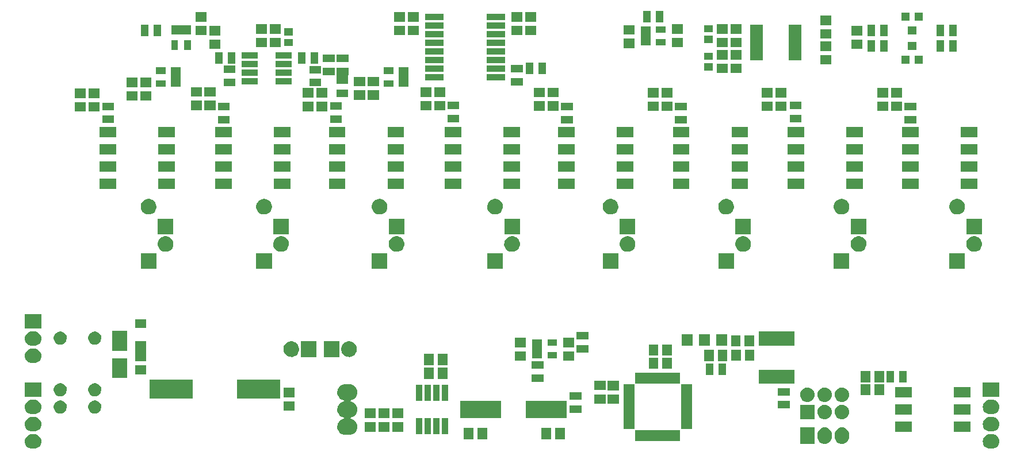
<source format=gts>
G04 #@! TF.FileFunction,Soldermask,Top*
%FSLAX46Y46*%
G04 Gerber Fmt 4.6, Leading zero omitted, Abs format (unit mm)*
G04 Created by KiCad (PCBNEW 4.0.2-stable) date 4/21/2016 10:24:52 PM*
%MOMM*%
G01*
G04 APERTURE LIST*
%ADD10C,0.100000*%
G04 APERTURE END LIST*
D10*
G36*
X146169078Y5443525D02*
X146169084Y5443524D01*
X146173134Y5443496D01*
X146379419Y5420358D01*
X146577281Y5357592D01*
X146759183Y5257591D01*
X146918197Y5124162D01*
X147048267Y4962388D01*
X147144437Y4778432D01*
X147203045Y4579299D01*
X147203051Y4579233D01*
X147203058Y4579209D01*
X147221863Y4372579D01*
X147200175Y4166232D01*
X147200168Y4166209D01*
X147200160Y4166134D01*
X147138778Y3967838D01*
X147040048Y3785242D01*
X146907733Y3625301D01*
X146746871Y3494105D01*
X146563590Y3396653D01*
X146364872Y3336656D01*
X146158284Y3316400D01*
X145841640Y3316400D01*
X145830922Y3316475D01*
X145830916Y3316476D01*
X145826866Y3316504D01*
X145620581Y3339642D01*
X145422719Y3402408D01*
X145240817Y3502409D01*
X145081803Y3635838D01*
X144951733Y3797612D01*
X144855563Y3981568D01*
X144796955Y4180701D01*
X144796949Y4180767D01*
X144796942Y4180791D01*
X144778137Y4387421D01*
X144799825Y4593768D01*
X144799832Y4593791D01*
X144799840Y4593866D01*
X144861222Y4792162D01*
X144959952Y4974758D01*
X145092267Y5134699D01*
X145253129Y5265895D01*
X145436410Y5363347D01*
X145635128Y5423344D01*
X145841716Y5443600D01*
X146158360Y5443600D01*
X146169078Y5443525D01*
X146169078Y5443525D01*
G37*
G36*
X5169078Y5443525D02*
X5169084Y5443524D01*
X5173134Y5443496D01*
X5379419Y5420358D01*
X5577281Y5357592D01*
X5759183Y5257591D01*
X5918197Y5124162D01*
X6048267Y4962388D01*
X6144437Y4778432D01*
X6203045Y4579299D01*
X6203051Y4579233D01*
X6203058Y4579209D01*
X6221863Y4372579D01*
X6200175Y4166232D01*
X6200168Y4166209D01*
X6200160Y4166134D01*
X6138778Y3967838D01*
X6040048Y3785242D01*
X5907733Y3625301D01*
X5746871Y3494105D01*
X5563590Y3396653D01*
X5364872Y3336656D01*
X5158284Y3316400D01*
X4841640Y3316400D01*
X4830922Y3316475D01*
X4830916Y3316476D01*
X4826866Y3316504D01*
X4620581Y3339642D01*
X4422719Y3402408D01*
X4240817Y3502409D01*
X4081803Y3635838D01*
X3951733Y3797612D01*
X3855563Y3981568D01*
X3796955Y4180701D01*
X3796949Y4180767D01*
X3796942Y4180791D01*
X3778137Y4387421D01*
X3799825Y4593768D01*
X3799832Y4593791D01*
X3799840Y4593866D01*
X3861222Y4792162D01*
X3959952Y4974758D01*
X4092267Y5134699D01*
X4253129Y5265895D01*
X4436410Y5363347D01*
X4635128Y5423344D01*
X4841716Y5443600D01*
X5158360Y5443600D01*
X5169078Y5443525D01*
X5169078Y5443525D01*
G37*
G36*
X124253768Y6450175D02*
X124253791Y6450168D01*
X124253866Y6450160D01*
X124452162Y6388778D01*
X124634758Y6290048D01*
X124794699Y6157733D01*
X124925895Y5996871D01*
X125023347Y5813590D01*
X125083344Y5614872D01*
X125103600Y5408284D01*
X125103600Y5091640D01*
X125103525Y5080922D01*
X125103524Y5080916D01*
X125103496Y5076866D01*
X125080358Y4870581D01*
X125017592Y4672719D01*
X124917591Y4490817D01*
X124784162Y4331803D01*
X124622388Y4201733D01*
X124438432Y4105563D01*
X124239299Y4046955D01*
X124239233Y4046949D01*
X124239209Y4046942D01*
X124032579Y4028137D01*
X123826232Y4049825D01*
X123826209Y4049832D01*
X123826134Y4049840D01*
X123627838Y4111222D01*
X123445242Y4209952D01*
X123285301Y4342267D01*
X123154105Y4503129D01*
X123056653Y4686410D01*
X122996656Y4885128D01*
X122976400Y5091716D01*
X122976400Y5408360D01*
X122976475Y5419078D01*
X122976476Y5419084D01*
X122976504Y5423134D01*
X122999642Y5629419D01*
X123062408Y5827281D01*
X123162409Y6009183D01*
X123295838Y6168197D01*
X123457612Y6298267D01*
X123641568Y6394437D01*
X123840701Y6453045D01*
X123840767Y6453051D01*
X123840791Y6453058D01*
X124047421Y6471863D01*
X124253768Y6450175D01*
X124253768Y6450175D01*
G37*
G36*
X121713768Y6450175D02*
X121713791Y6450168D01*
X121713866Y6450160D01*
X121912162Y6388778D01*
X122094758Y6290048D01*
X122254699Y6157733D01*
X122385895Y5996871D01*
X122483347Y5813590D01*
X122543344Y5614872D01*
X122563600Y5408284D01*
X122563600Y5091640D01*
X122563525Y5080922D01*
X122563524Y5080916D01*
X122563496Y5076866D01*
X122540358Y4870581D01*
X122477592Y4672719D01*
X122377591Y4490817D01*
X122244162Y4331803D01*
X122082388Y4201733D01*
X121898432Y4105563D01*
X121699299Y4046955D01*
X121699233Y4046949D01*
X121699209Y4046942D01*
X121492579Y4028137D01*
X121286232Y4049825D01*
X121286209Y4049832D01*
X121286134Y4049840D01*
X121087838Y4111222D01*
X120905242Y4209952D01*
X120745301Y4342267D01*
X120614105Y4503129D01*
X120516653Y4686410D01*
X120456656Y4885128D01*
X120436400Y5091716D01*
X120436400Y5408360D01*
X120436475Y5419078D01*
X120436476Y5419084D01*
X120436504Y5423134D01*
X120459642Y5629419D01*
X120522408Y5827281D01*
X120622409Y6009183D01*
X120755838Y6168197D01*
X120917612Y6298267D01*
X121101568Y6394437D01*
X121300701Y6453045D01*
X121300767Y6453051D01*
X121300791Y6453058D01*
X121507421Y6471863D01*
X121713768Y6450175D01*
X121713768Y6450175D01*
G37*
G36*
X120023600Y4034000D02*
X117896400Y4034000D01*
X117896400Y6466000D01*
X120023600Y6466000D01*
X120023600Y4034000D01*
X120023600Y4034000D01*
G37*
G36*
X100242414Y4450000D02*
X93642414Y4450000D01*
X93642414Y6050000D01*
X100242414Y6050000D01*
X100242414Y4450000D01*
X100242414Y4450000D01*
G37*
G36*
X71814000Y4715000D02*
X70414000Y4715000D01*
X70414000Y6365000D01*
X71814000Y6365000D01*
X71814000Y4715000D01*
X71814000Y4715000D01*
G37*
G36*
X81244000Y4715000D02*
X79844000Y4715000D01*
X79844000Y6365000D01*
X81244000Y6365000D01*
X81244000Y4715000D01*
X81244000Y4715000D01*
G37*
G36*
X83244000Y4715000D02*
X81844000Y4715000D01*
X81844000Y6365000D01*
X83244000Y6365000D01*
X83244000Y4715000D01*
X83244000Y4715000D01*
G37*
G36*
X69814000Y4715000D02*
X68414000Y4715000D01*
X68414000Y6365000D01*
X69814000Y6365000D01*
X69814000Y4715000D01*
X69814000Y4715000D01*
G37*
G36*
X51524035Y12851910D02*
X51524040Y12851909D01*
X51528091Y12851881D01*
X51763934Y12825427D01*
X51990146Y12753669D01*
X52198113Y12639338D01*
X52379912Y12486791D01*
X52528618Y12301837D01*
X52638569Y12091522D01*
X52705574Y11863856D01*
X52705580Y11863795D01*
X52705588Y11863766D01*
X52727088Y11627516D01*
X52702291Y11391587D01*
X52702285Y11391569D01*
X52702277Y11391489D01*
X52632099Y11164781D01*
X52519223Y10956021D01*
X52367948Y10773162D01*
X52184037Y10623168D01*
X51974495Y10511752D01*
X51807022Y10461189D01*
X51783668Y10450355D01*
X51762452Y10431870D01*
X51747225Y10408206D01*
X51739194Y10381237D01*
X51738994Y10353099D01*
X51746642Y10326019D01*
X51761530Y10302141D01*
X51782482Y10283357D01*
X51805744Y10272164D01*
X51990146Y10213669D01*
X52198113Y10099338D01*
X52379912Y9946791D01*
X52528618Y9761837D01*
X52638569Y9551522D01*
X52705574Y9323856D01*
X52705580Y9323795D01*
X52705588Y9323766D01*
X52727088Y9087516D01*
X52702291Y8851587D01*
X52702285Y8851569D01*
X52702277Y8851489D01*
X52632099Y8624781D01*
X52519223Y8416021D01*
X52367948Y8233162D01*
X52184037Y8083168D01*
X51974495Y7971752D01*
X51807022Y7921189D01*
X51783668Y7910355D01*
X51762452Y7891870D01*
X51747225Y7868206D01*
X51739194Y7841237D01*
X51738994Y7813099D01*
X51746642Y7786019D01*
X51761530Y7762141D01*
X51782482Y7743357D01*
X51805744Y7732164D01*
X51990146Y7673669D01*
X52198113Y7559338D01*
X52379912Y7406791D01*
X52528618Y7221837D01*
X52638569Y7011522D01*
X52705574Y6783856D01*
X52705580Y6783795D01*
X52705588Y6783766D01*
X52727088Y6547516D01*
X52702291Y6311587D01*
X52702285Y6311569D01*
X52702277Y6311489D01*
X52632099Y6084781D01*
X52519223Y5876021D01*
X52367948Y5693162D01*
X52184037Y5543168D01*
X51974495Y5431752D01*
X51747302Y5363159D01*
X51511113Y5340000D01*
X50988813Y5340000D01*
X50975965Y5340090D01*
X50975960Y5340091D01*
X50971909Y5340119D01*
X50736066Y5366573D01*
X50509854Y5438331D01*
X50301887Y5552662D01*
X50120088Y5705209D01*
X49971382Y5890163D01*
X49861431Y6100478D01*
X49794426Y6328144D01*
X49794420Y6328205D01*
X49794412Y6328234D01*
X49772912Y6564484D01*
X49797709Y6800413D01*
X49797715Y6800431D01*
X49797723Y6800511D01*
X49867901Y7027219D01*
X49980777Y7235979D01*
X50132052Y7418838D01*
X50315963Y7568832D01*
X50525505Y7680248D01*
X50692978Y7730811D01*
X50716332Y7741645D01*
X50737548Y7760130D01*
X50752775Y7783794D01*
X50760806Y7810763D01*
X50761006Y7838901D01*
X50753358Y7865981D01*
X50738470Y7889859D01*
X50717518Y7908643D01*
X50694256Y7919836D01*
X50509854Y7978331D01*
X50301887Y8092662D01*
X50120088Y8245209D01*
X49971382Y8430163D01*
X49861431Y8640478D01*
X49794426Y8868144D01*
X49794420Y8868205D01*
X49794412Y8868234D01*
X49772912Y9104484D01*
X49797709Y9340413D01*
X49797715Y9340431D01*
X49797723Y9340511D01*
X49867901Y9567219D01*
X49980777Y9775979D01*
X50132052Y9958838D01*
X50315963Y10108832D01*
X50525505Y10220248D01*
X50692978Y10270811D01*
X50716332Y10281645D01*
X50737548Y10300130D01*
X50752775Y10323794D01*
X50760806Y10350763D01*
X50761006Y10378901D01*
X50753358Y10405981D01*
X50738470Y10429859D01*
X50717518Y10448643D01*
X50694256Y10459836D01*
X50509854Y10518331D01*
X50301887Y10632662D01*
X50120088Y10785209D01*
X49971382Y10970163D01*
X49861431Y11180478D01*
X49794426Y11408144D01*
X49794420Y11408205D01*
X49794412Y11408234D01*
X49772912Y11644484D01*
X49797709Y11880413D01*
X49797715Y11880431D01*
X49797723Y11880511D01*
X49867901Y12107219D01*
X49980777Y12315979D01*
X50132052Y12498838D01*
X50315963Y12648832D01*
X50525505Y12760248D01*
X50752698Y12828841D01*
X50988887Y12852000D01*
X51511187Y12852000D01*
X51524035Y12851910D01*
X51524035Y12851910D01*
G37*
G36*
X64865700Y5441600D02*
X63932300Y5441600D01*
X63932300Y7822800D01*
X64865700Y7822800D01*
X64865700Y5441600D01*
X64865700Y5441600D01*
G37*
G36*
X66135700Y5441600D02*
X65202300Y5441600D01*
X65202300Y7822800D01*
X66135700Y7822800D01*
X66135700Y5441600D01*
X66135700Y5441600D01*
G37*
G36*
X63595700Y5441600D02*
X62662300Y5441600D01*
X62662300Y7822800D01*
X63595700Y7822800D01*
X63595700Y5441600D01*
X63595700Y5441600D01*
G37*
G36*
X62325700Y5441600D02*
X61392300Y5441600D01*
X61392300Y7822800D01*
X62325700Y7822800D01*
X62325700Y5441600D01*
X62325700Y5441600D01*
G37*
G36*
X142958000Y5771800D02*
X140526000Y5771800D01*
X140526000Y7340200D01*
X142958000Y7340200D01*
X142958000Y5771800D01*
X142958000Y5771800D01*
G37*
G36*
X134322000Y5771800D02*
X131890000Y5771800D01*
X131890000Y7340200D01*
X134322000Y7340200D01*
X134322000Y5771800D01*
X134322000Y5771800D01*
G37*
G36*
X59509000Y5838761D02*
X57859000Y5838761D01*
X57859000Y7238761D01*
X59509000Y7238761D01*
X59509000Y5838761D01*
X59509000Y5838761D01*
G37*
G36*
X55445000Y5838761D02*
X53795000Y5838761D01*
X53795000Y7238761D01*
X55445000Y7238761D01*
X55445000Y5838761D01*
X55445000Y5838761D01*
G37*
G36*
X57477000Y5838761D02*
X55827000Y5838761D01*
X55827000Y7238761D01*
X57477000Y7238761D01*
X57477000Y5838761D01*
X57477000Y5838761D01*
G37*
G36*
X146169078Y7983525D02*
X146169084Y7983524D01*
X146173134Y7983496D01*
X146379419Y7960358D01*
X146577281Y7897592D01*
X146759183Y7797591D01*
X146918197Y7664162D01*
X147048267Y7502388D01*
X147144437Y7318432D01*
X147203045Y7119299D01*
X147203051Y7119233D01*
X147203058Y7119209D01*
X147221863Y6912579D01*
X147200175Y6706232D01*
X147200168Y6706209D01*
X147200160Y6706134D01*
X147138778Y6507838D01*
X147040048Y6325242D01*
X146907733Y6165301D01*
X146746871Y6034105D01*
X146563590Y5936653D01*
X146364872Y5876656D01*
X146158284Y5856400D01*
X145841640Y5856400D01*
X145830922Y5856475D01*
X145830916Y5856476D01*
X145826866Y5856504D01*
X145620581Y5879642D01*
X145422719Y5942408D01*
X145240817Y6042409D01*
X145081803Y6175838D01*
X144951733Y6337612D01*
X144855563Y6521568D01*
X144796955Y6720701D01*
X144796949Y6720767D01*
X144796942Y6720791D01*
X144778137Y6927421D01*
X144799825Y7133768D01*
X144799832Y7133791D01*
X144799840Y7133866D01*
X144861222Y7332162D01*
X144959952Y7514758D01*
X145092267Y7674699D01*
X145253129Y7805895D01*
X145436410Y7903347D01*
X145635128Y7963344D01*
X145841716Y7983600D01*
X146158360Y7983600D01*
X146169078Y7983525D01*
X146169078Y7983525D01*
G37*
G36*
X5169078Y7983525D02*
X5169084Y7983524D01*
X5173134Y7983496D01*
X5379419Y7960358D01*
X5577281Y7897592D01*
X5759183Y7797591D01*
X5918197Y7664162D01*
X6048267Y7502388D01*
X6144437Y7318432D01*
X6203045Y7119299D01*
X6203051Y7119233D01*
X6203058Y7119209D01*
X6221863Y6912579D01*
X6200175Y6706232D01*
X6200168Y6706209D01*
X6200160Y6706134D01*
X6138778Y6507838D01*
X6040048Y6325242D01*
X5907733Y6165301D01*
X5746871Y6034105D01*
X5563590Y5936653D01*
X5364872Y5876656D01*
X5158284Y5856400D01*
X4841640Y5856400D01*
X4830922Y5856475D01*
X4830916Y5856476D01*
X4826866Y5856504D01*
X4620581Y5879642D01*
X4422719Y5942408D01*
X4240817Y6042409D01*
X4081803Y6175838D01*
X3951733Y6337612D01*
X3855563Y6521568D01*
X3796955Y6720701D01*
X3796949Y6720767D01*
X3796942Y6720791D01*
X3778137Y6927421D01*
X3799825Y7133768D01*
X3799832Y7133791D01*
X3799840Y7133866D01*
X3861222Y7332162D01*
X3959952Y7514758D01*
X4092267Y7674699D01*
X4253129Y7805895D01*
X4436410Y7903347D01*
X4635128Y7963344D01*
X4841716Y7983600D01*
X5158360Y7983600D01*
X5169078Y7983525D01*
X5169078Y7983525D01*
G37*
G36*
X93492414Y6200000D02*
X91892414Y6200000D01*
X91892414Y12800000D01*
X93492414Y12800000D01*
X93492414Y6200000D01*
X93492414Y6200000D01*
G37*
G36*
X101992414Y6200000D02*
X100392414Y6200000D01*
X100392414Y12800000D01*
X101992414Y12800000D01*
X101992414Y6200000D01*
X101992414Y6200000D01*
G37*
G36*
X121713768Y9797037D02*
X121713791Y9797030D01*
X121713866Y9797022D01*
X121912162Y9735640D01*
X122094758Y9636910D01*
X122254699Y9504595D01*
X122385895Y9343733D01*
X122483347Y9160452D01*
X122543344Y8961734D01*
X122563600Y8755146D01*
X122563600Y8744778D01*
X122563525Y8734060D01*
X122563524Y8734054D01*
X122563496Y8730004D01*
X122540358Y8523719D01*
X122477592Y8325857D01*
X122377591Y8143955D01*
X122244162Y7984941D01*
X122082388Y7854871D01*
X121898432Y7758701D01*
X121699299Y7700093D01*
X121699233Y7700087D01*
X121699209Y7700080D01*
X121492579Y7681275D01*
X121286232Y7702963D01*
X121286209Y7702970D01*
X121286134Y7702978D01*
X121087838Y7764360D01*
X120905242Y7863090D01*
X120745301Y7995405D01*
X120614105Y8156267D01*
X120516653Y8339548D01*
X120456656Y8538266D01*
X120436400Y8744854D01*
X120436400Y8755222D01*
X120436475Y8765940D01*
X120436476Y8765946D01*
X120436504Y8769996D01*
X120459642Y8976281D01*
X120522408Y9174143D01*
X120622409Y9356045D01*
X120755838Y9515059D01*
X120917612Y9645129D01*
X121101568Y9741299D01*
X121300701Y9799907D01*
X121300767Y9799913D01*
X121300791Y9799920D01*
X121507421Y9818725D01*
X121713768Y9797037D01*
X121713768Y9797037D01*
G37*
G36*
X124253768Y9797037D02*
X124253791Y9797030D01*
X124253866Y9797022D01*
X124452162Y9735640D01*
X124634758Y9636910D01*
X124794699Y9504595D01*
X124925895Y9343733D01*
X125023347Y9160452D01*
X125083344Y8961734D01*
X125103600Y8755146D01*
X125103600Y8744778D01*
X125103525Y8734060D01*
X125103524Y8734054D01*
X125103496Y8730004D01*
X125080358Y8523719D01*
X125017592Y8325857D01*
X124917591Y8143955D01*
X124784162Y7984941D01*
X124622388Y7854871D01*
X124438432Y7758701D01*
X124239299Y7700093D01*
X124239233Y7700087D01*
X124239209Y7700080D01*
X124032579Y7681275D01*
X123826232Y7702963D01*
X123826209Y7702970D01*
X123826134Y7702978D01*
X123627838Y7764360D01*
X123445242Y7863090D01*
X123285301Y7995405D01*
X123154105Y8156267D01*
X123056653Y8339548D01*
X122996656Y8538266D01*
X122976400Y8744854D01*
X122976400Y8755222D01*
X122976475Y8765940D01*
X122976476Y8765946D01*
X122976504Y8769996D01*
X122999642Y8976281D01*
X123062408Y9174143D01*
X123162409Y9356045D01*
X123295838Y9515059D01*
X123457612Y9645129D01*
X123641568Y9741299D01*
X123840701Y9799907D01*
X123840767Y9799913D01*
X123840791Y9799920D01*
X124047421Y9818725D01*
X124253768Y9797037D01*
X124253768Y9797037D01*
G37*
G36*
X120023600Y7686400D02*
X117896400Y7686400D01*
X117896400Y9813600D01*
X120023600Y9813600D01*
X120023600Y7686400D01*
X120023600Y7686400D01*
G37*
G36*
X57477000Y7838761D02*
X55827000Y7838761D01*
X55827000Y9238761D01*
X57477000Y9238761D01*
X57477000Y7838761D01*
X57477000Y7838761D01*
G37*
G36*
X55445000Y7838761D02*
X53795000Y7838761D01*
X53795000Y9238761D01*
X55445000Y9238761D01*
X55445000Y7838761D01*
X55445000Y7838761D01*
G37*
G36*
X59509000Y7838761D02*
X57859000Y7838761D01*
X57859000Y9238761D01*
X59509000Y9238761D01*
X59509000Y7838761D01*
X59509000Y7838761D01*
G37*
G36*
X83551210Y7845710D02*
X77550510Y7845710D01*
X77550510Y10346290D01*
X83551210Y10346290D01*
X83551210Y7845710D01*
X83551210Y7845710D01*
G37*
G36*
X73853490Y7845710D02*
X67852790Y7845710D01*
X67852790Y10346290D01*
X73853490Y10346290D01*
X73853490Y7845710D01*
X73853490Y7845710D01*
G37*
G36*
X142958000Y8311800D02*
X140526000Y8311800D01*
X140526000Y9880200D01*
X142958000Y9880200D01*
X142958000Y8311800D01*
X142958000Y8311800D01*
G37*
G36*
X134322000Y8311800D02*
X131890000Y8311800D01*
X131890000Y9880200D01*
X134322000Y9880200D01*
X134322000Y8311800D01*
X134322000Y8311800D01*
G37*
G36*
X146169078Y10523525D02*
X146169084Y10523524D01*
X146173134Y10523496D01*
X146379419Y10500358D01*
X146577281Y10437592D01*
X146759183Y10337591D01*
X146918197Y10204162D01*
X147048267Y10042388D01*
X147144437Y9858432D01*
X147203045Y9659299D01*
X147203051Y9659233D01*
X147203058Y9659209D01*
X147221863Y9452579D01*
X147200175Y9246232D01*
X147200168Y9246209D01*
X147200160Y9246134D01*
X147138778Y9047838D01*
X147040048Y8865242D01*
X146907733Y8705301D01*
X146746871Y8574105D01*
X146563590Y8476653D01*
X146364872Y8416656D01*
X146158284Y8396400D01*
X145841640Y8396400D01*
X145830922Y8396475D01*
X145830916Y8396476D01*
X145826866Y8396504D01*
X145620581Y8419642D01*
X145422719Y8482408D01*
X145240817Y8582409D01*
X145081803Y8715838D01*
X144951733Y8877612D01*
X144855563Y9061568D01*
X144796955Y9260701D01*
X144796949Y9260767D01*
X144796942Y9260791D01*
X144778137Y9467421D01*
X144799825Y9673768D01*
X144799832Y9673791D01*
X144799840Y9673866D01*
X144861222Y9872162D01*
X144959952Y10054758D01*
X145092267Y10214699D01*
X145253129Y10345895D01*
X145436410Y10443347D01*
X145635128Y10503344D01*
X145841716Y10523600D01*
X146158360Y10523600D01*
X146169078Y10523525D01*
X146169078Y10523525D01*
G37*
G36*
X5169078Y10523525D02*
X5169084Y10523524D01*
X5173134Y10523496D01*
X5379419Y10500358D01*
X5577281Y10437592D01*
X5759183Y10337591D01*
X5918197Y10204162D01*
X6048267Y10042388D01*
X6144437Y9858432D01*
X6203045Y9659299D01*
X6203051Y9659233D01*
X6203058Y9659209D01*
X6221863Y9452579D01*
X6200175Y9246232D01*
X6200168Y9246209D01*
X6200160Y9246134D01*
X6138778Y9047838D01*
X6040048Y8865242D01*
X5907733Y8705301D01*
X5746871Y8574105D01*
X5563590Y8476653D01*
X5364872Y8416656D01*
X5158284Y8396400D01*
X4841640Y8396400D01*
X4830922Y8396475D01*
X4830916Y8396476D01*
X4826866Y8396504D01*
X4620581Y8419642D01*
X4422719Y8482408D01*
X4240817Y8582409D01*
X4081803Y8715838D01*
X3951733Y8877612D01*
X3855563Y9061568D01*
X3796955Y9260701D01*
X3796949Y9260767D01*
X3796942Y9260791D01*
X3778137Y9467421D01*
X3799825Y9673768D01*
X3799832Y9673791D01*
X3799840Y9673866D01*
X3861222Y9872162D01*
X3959952Y10054758D01*
X4092267Y10214699D01*
X4253129Y10345895D01*
X4436410Y10443347D01*
X4635128Y10503344D01*
X4841716Y10523600D01*
X5158360Y10523600D01*
X5169078Y10523525D01*
X5169078Y10523525D01*
G37*
G36*
X14181043Y10421363D02*
X14365852Y10383428D01*
X14539766Y10310321D01*
X14696174Y10204823D01*
X14829107Y10070958D01*
X14933508Y9913821D01*
X15005402Y9739395D01*
X15041909Y9555019D01*
X15041909Y9555002D01*
X15042042Y9554329D01*
X15039033Y9338846D01*
X15038881Y9338178D01*
X15038881Y9338159D01*
X14997241Y9154877D01*
X14920503Y8982521D01*
X14811758Y8828366D01*
X14675136Y8698264D01*
X14515841Y8597172D01*
X14339958Y8528951D01*
X14154160Y8496189D01*
X13965544Y8500141D01*
X13781285Y8540653D01*
X13608406Y8616182D01*
X13453490Y8723851D01*
X13322436Y8859561D01*
X13220237Y9018143D01*
X13150787Y9193554D01*
X13116731Y9379113D01*
X13119364Y9567750D01*
X13158590Y9752293D01*
X13232908Y9925690D01*
X13339497Y10081358D01*
X13474285Y10213352D01*
X13632153Y10316658D01*
X13807069Y10387329D01*
X13992388Y10422681D01*
X14181043Y10421363D01*
X14181043Y10421363D01*
G37*
G36*
X9101043Y10421363D02*
X9285852Y10383428D01*
X9459766Y10310321D01*
X9616174Y10204823D01*
X9749107Y10070958D01*
X9853508Y9913821D01*
X9925402Y9739395D01*
X9961909Y9555019D01*
X9961909Y9555002D01*
X9962042Y9554329D01*
X9959033Y9338846D01*
X9958881Y9338178D01*
X9958881Y9338159D01*
X9917241Y9154877D01*
X9840503Y8982521D01*
X9731758Y8828366D01*
X9595136Y8698264D01*
X9435841Y8597172D01*
X9259958Y8528951D01*
X9074160Y8496189D01*
X8885544Y8500141D01*
X8701285Y8540653D01*
X8528406Y8616182D01*
X8373490Y8723851D01*
X8242436Y8859561D01*
X8140237Y9018143D01*
X8070787Y9193554D01*
X8036731Y9379113D01*
X8039364Y9567750D01*
X8078590Y9752293D01*
X8152908Y9925690D01*
X8259497Y10081358D01*
X8394285Y10213352D01*
X8552153Y10316658D01*
X8727069Y10387329D01*
X8912388Y10422681D01*
X9101043Y10421363D01*
X9101043Y10421363D01*
G37*
G36*
X85696000Y8612000D02*
X83996000Y8612000D01*
X83996000Y9712000D01*
X85696000Y9712000D01*
X85696000Y8612000D01*
X85696000Y8612000D01*
G37*
G36*
X43507000Y8920000D02*
X41857000Y8920000D01*
X41857000Y10320000D01*
X43507000Y10320000D01*
X43507000Y8920000D01*
X43507000Y8920000D01*
G37*
G36*
X116350000Y9250000D02*
X114650000Y9250000D01*
X114650000Y10350000D01*
X116350000Y10350000D01*
X116350000Y9250000D01*
X116350000Y9250000D01*
G37*
G36*
X91225000Y9930700D02*
X89575000Y9930700D01*
X89575000Y11330700D01*
X91225000Y11330700D01*
X91225000Y9930700D01*
X91225000Y9930700D01*
G37*
G36*
X89258414Y9939700D02*
X87608414Y9939700D01*
X87608414Y11339700D01*
X89258414Y11339700D01*
X89258414Y9939700D01*
X89258414Y9939700D01*
G37*
G36*
X119173768Y12337037D02*
X119173791Y12337030D01*
X119173866Y12337022D01*
X119372162Y12275640D01*
X119554758Y12176910D01*
X119714699Y12044595D01*
X119845895Y11883733D01*
X119943347Y11700452D01*
X120003344Y11501734D01*
X120023600Y11295146D01*
X120023600Y11284778D01*
X120023525Y11274060D01*
X120023524Y11274054D01*
X120023496Y11270004D01*
X120000358Y11063719D01*
X119937592Y10865857D01*
X119837591Y10683955D01*
X119704162Y10524941D01*
X119542388Y10394871D01*
X119358432Y10298701D01*
X119159299Y10240093D01*
X119159233Y10240087D01*
X119159209Y10240080D01*
X118952579Y10221275D01*
X118746232Y10242963D01*
X118746209Y10242970D01*
X118746134Y10242978D01*
X118547838Y10304360D01*
X118365242Y10403090D01*
X118205301Y10535405D01*
X118074105Y10696267D01*
X117976653Y10879548D01*
X117916656Y11078266D01*
X117896400Y11284854D01*
X117896400Y11295222D01*
X117896475Y11305940D01*
X117896476Y11305946D01*
X117896504Y11309996D01*
X117919642Y11516281D01*
X117982408Y11714143D01*
X118082409Y11896045D01*
X118215838Y12055059D01*
X118377612Y12185129D01*
X118561568Y12281299D01*
X118760701Y12339907D01*
X118760767Y12339913D01*
X118760791Y12339920D01*
X118967421Y12358725D01*
X119173768Y12337037D01*
X119173768Y12337037D01*
G37*
G36*
X121713768Y12337037D02*
X121713791Y12337030D01*
X121713866Y12337022D01*
X121912162Y12275640D01*
X122094758Y12176910D01*
X122254699Y12044595D01*
X122385895Y11883733D01*
X122483347Y11700452D01*
X122543344Y11501734D01*
X122563600Y11295146D01*
X122563600Y11284778D01*
X122563525Y11274060D01*
X122563524Y11274054D01*
X122563496Y11270004D01*
X122540358Y11063719D01*
X122477592Y10865857D01*
X122377591Y10683955D01*
X122244162Y10524941D01*
X122082388Y10394871D01*
X121898432Y10298701D01*
X121699299Y10240093D01*
X121699233Y10240087D01*
X121699209Y10240080D01*
X121492579Y10221275D01*
X121286232Y10242963D01*
X121286209Y10242970D01*
X121286134Y10242978D01*
X121087838Y10304360D01*
X120905242Y10403090D01*
X120745301Y10535405D01*
X120614105Y10696267D01*
X120516653Y10879548D01*
X120456656Y11078266D01*
X120436400Y11284854D01*
X120436400Y11295222D01*
X120436475Y11305940D01*
X120436476Y11305946D01*
X120436504Y11309996D01*
X120459642Y11516281D01*
X120522408Y11714143D01*
X120622409Y11896045D01*
X120755838Y12055059D01*
X120917612Y12185129D01*
X121101568Y12281299D01*
X121300701Y12339907D01*
X121300767Y12339913D01*
X121300791Y12339920D01*
X121507421Y12358725D01*
X121713768Y12337037D01*
X121713768Y12337037D01*
G37*
G36*
X124253768Y12337037D02*
X124253791Y12337030D01*
X124253866Y12337022D01*
X124452162Y12275640D01*
X124634758Y12176910D01*
X124794699Y12044595D01*
X124925895Y11883733D01*
X125023347Y11700452D01*
X125083344Y11501734D01*
X125103600Y11295146D01*
X125103600Y11284778D01*
X125103525Y11274060D01*
X125103524Y11274054D01*
X125103496Y11270004D01*
X125080358Y11063719D01*
X125017592Y10865857D01*
X124917591Y10683955D01*
X124784162Y10524941D01*
X124622388Y10394871D01*
X124438432Y10298701D01*
X124239299Y10240093D01*
X124239233Y10240087D01*
X124239209Y10240080D01*
X124032579Y10221275D01*
X123826232Y10242963D01*
X123826209Y10242970D01*
X123826134Y10242978D01*
X123627838Y10304360D01*
X123445242Y10403090D01*
X123285301Y10535405D01*
X123154105Y10696267D01*
X123056653Y10879548D01*
X122996656Y11078266D01*
X122976400Y11284854D01*
X122976400Y11295222D01*
X122976475Y11305940D01*
X122976476Y11305946D01*
X122976504Y11309996D01*
X122999642Y11516281D01*
X123062408Y11714143D01*
X123162409Y11896045D01*
X123295838Y12055059D01*
X123457612Y12185129D01*
X123641568Y12281299D01*
X123840701Y12339907D01*
X123840767Y12339913D01*
X123840791Y12339920D01*
X124047421Y12358725D01*
X124253768Y12337037D01*
X124253768Y12337037D01*
G37*
G36*
X62325700Y10369200D02*
X61392300Y10369200D01*
X61392300Y12750400D01*
X62325700Y12750400D01*
X62325700Y10369200D01*
X62325700Y10369200D01*
G37*
G36*
X63595700Y10369200D02*
X62662300Y10369200D01*
X62662300Y12750400D01*
X63595700Y12750400D01*
X63595700Y10369200D01*
X63595700Y10369200D01*
G37*
G36*
X66135700Y10369200D02*
X65202300Y10369200D01*
X65202300Y12750400D01*
X66135700Y12750400D01*
X66135700Y10369200D01*
X66135700Y10369200D01*
G37*
G36*
X64865700Y10369200D02*
X63932300Y10369200D01*
X63932300Y12750400D01*
X64865700Y12750400D01*
X64865700Y10369200D01*
X64865700Y10369200D01*
G37*
G36*
X85696000Y10512000D02*
X83996000Y10512000D01*
X83996000Y11612000D01*
X85696000Y11612000D01*
X85696000Y10512000D01*
X85696000Y10512000D01*
G37*
G36*
X41410000Y10743850D02*
X35010000Y10743850D01*
X35010000Y13544150D01*
X41410000Y13544150D01*
X41410000Y10743850D01*
X41410000Y10743850D01*
G37*
G36*
X28510000Y10743850D02*
X22110000Y10743850D01*
X22110000Y13544150D01*
X28510000Y13544150D01*
X28510000Y10743850D01*
X28510000Y10743850D01*
G37*
G36*
X142958000Y10851800D02*
X140526000Y10851800D01*
X140526000Y12420200D01*
X142958000Y12420200D01*
X142958000Y10851800D01*
X142958000Y10851800D01*
G37*
G36*
X134322000Y10851800D02*
X131890000Y10851800D01*
X131890000Y12420200D01*
X134322000Y12420200D01*
X134322000Y10851800D01*
X134322000Y10851800D01*
G37*
G36*
X43507000Y10920000D02*
X41857000Y10920000D01*
X41857000Y12320000D01*
X43507000Y12320000D01*
X43507000Y10920000D01*
X43507000Y10920000D01*
G37*
G36*
X6216000Y10936400D02*
X3784000Y10936400D01*
X3784000Y13063600D01*
X6216000Y13063600D01*
X6216000Y10936400D01*
X6216000Y10936400D01*
G37*
G36*
X147216000Y10936400D02*
X144784000Y10936400D01*
X144784000Y13063600D01*
X147216000Y13063600D01*
X147216000Y10936400D01*
X147216000Y10936400D01*
G37*
G36*
X14181043Y12961363D02*
X14365852Y12923428D01*
X14539766Y12850321D01*
X14696174Y12744823D01*
X14829107Y12610958D01*
X14933508Y12453821D01*
X15005402Y12279395D01*
X15041909Y12095019D01*
X15041909Y12095002D01*
X15042042Y12094329D01*
X15039033Y11878846D01*
X15038881Y11878178D01*
X15038881Y11878159D01*
X14997241Y11694877D01*
X14920503Y11522521D01*
X14811758Y11368366D01*
X14675136Y11238264D01*
X14515841Y11137172D01*
X14339958Y11068951D01*
X14154160Y11036189D01*
X13965544Y11040141D01*
X13781285Y11080653D01*
X13608406Y11156182D01*
X13453490Y11263851D01*
X13322436Y11399561D01*
X13220237Y11558143D01*
X13150787Y11733554D01*
X13116731Y11919113D01*
X13119364Y12107750D01*
X13158590Y12292293D01*
X13232908Y12465690D01*
X13339497Y12621358D01*
X13474285Y12753352D01*
X13632153Y12856658D01*
X13807069Y12927329D01*
X13992388Y12962681D01*
X14181043Y12961363D01*
X14181043Y12961363D01*
G37*
G36*
X9101043Y12961363D02*
X9285852Y12923428D01*
X9459766Y12850321D01*
X9616174Y12744823D01*
X9749107Y12610958D01*
X9853508Y12453821D01*
X9925402Y12279395D01*
X9961909Y12095019D01*
X9961909Y12095002D01*
X9962042Y12094329D01*
X9959033Y11878846D01*
X9958881Y11878178D01*
X9958881Y11878159D01*
X9917241Y11694877D01*
X9840503Y11522521D01*
X9731758Y11368366D01*
X9595136Y11238264D01*
X9435841Y11137172D01*
X9259958Y11068951D01*
X9074160Y11036189D01*
X8885544Y11040141D01*
X8701285Y11080653D01*
X8528406Y11156182D01*
X8373490Y11263851D01*
X8242436Y11399561D01*
X8140237Y11558143D01*
X8070787Y11733554D01*
X8036731Y11919113D01*
X8039364Y12107750D01*
X8078590Y12292293D01*
X8152908Y12465690D01*
X8259497Y12621358D01*
X8394285Y12753352D01*
X8552153Y12856658D01*
X8727069Y12927329D01*
X8912388Y12962681D01*
X9101043Y12961363D01*
X9101043Y12961363D01*
G37*
G36*
X116350000Y11150000D02*
X114650000Y11150000D01*
X114650000Y12250000D01*
X116350000Y12250000D01*
X116350000Y11150000D01*
X116350000Y11150000D01*
G37*
G36*
X130234000Y11192000D02*
X128834000Y11192000D01*
X128834000Y12842000D01*
X130234000Y12842000D01*
X130234000Y11192000D01*
X130234000Y11192000D01*
G37*
G36*
X128234000Y11192000D02*
X126834000Y11192000D01*
X126834000Y12842000D01*
X128234000Y12842000D01*
X128234000Y11192000D01*
X128234000Y11192000D01*
G37*
G36*
X91225000Y11930700D02*
X89575000Y11930700D01*
X89575000Y13330700D01*
X91225000Y13330700D01*
X91225000Y11930700D01*
X91225000Y11930700D01*
G37*
G36*
X89258414Y11939700D02*
X87608414Y11939700D01*
X87608414Y13339700D01*
X89258414Y13339700D01*
X89258414Y11939700D01*
X89258414Y11939700D01*
G37*
G36*
X117088029Y12880338D02*
X111782431Y12880338D01*
X111782431Y14956738D01*
X117088029Y14956738D01*
X117088029Y12880338D01*
X117088029Y12880338D01*
G37*
G36*
X100242414Y12950000D02*
X93642414Y12950000D01*
X93642414Y14550000D01*
X100242414Y14550000D01*
X100242414Y12950000D01*
X100242414Y12950000D01*
G37*
G36*
X131690000Y13072000D02*
X130590000Y13072000D01*
X130590000Y14772000D01*
X131690000Y14772000D01*
X131690000Y13072000D01*
X131690000Y13072000D01*
G37*
G36*
X133590000Y13072000D02*
X132490000Y13072000D01*
X132490000Y14772000D01*
X133590000Y14772000D01*
X133590000Y13072000D01*
X133590000Y13072000D01*
G37*
G36*
X128234000Y13097000D02*
X126834000Y13097000D01*
X126834000Y14747000D01*
X128234000Y14747000D01*
X128234000Y13097000D01*
X128234000Y13097000D01*
G37*
G36*
X130234000Y13097000D02*
X128834000Y13097000D01*
X128834000Y14747000D01*
X130234000Y14747000D01*
X130234000Y13097000D01*
X130234000Y13097000D01*
G37*
G36*
X80108000Y13184000D02*
X78408000Y13184000D01*
X78408000Y14284000D01*
X80108000Y14284000D01*
X80108000Y13184000D01*
X80108000Y13184000D01*
G37*
G36*
X63972000Y13605000D02*
X62572000Y13605000D01*
X62572000Y15255000D01*
X63972000Y15255000D01*
X63972000Y13605000D01*
X63972000Y13605000D01*
G37*
G36*
X65972000Y13605000D02*
X64572000Y13605000D01*
X64572000Y15255000D01*
X65972000Y15255000D01*
X65972000Y13605000D01*
X65972000Y13605000D01*
G37*
G36*
X18890430Y13775340D02*
X16689570Y13775340D01*
X16689570Y16674700D01*
X18890430Y16674700D01*
X18890430Y13775340D01*
X18890430Y13775340D01*
G37*
G36*
X105100000Y14150000D02*
X104000000Y14150000D01*
X104000000Y15850000D01*
X105100000Y15850000D01*
X105100000Y14150000D01*
X105100000Y14150000D01*
G37*
G36*
X107000000Y14150000D02*
X105900000Y14150000D01*
X105900000Y15850000D01*
X107000000Y15850000D01*
X107000000Y14150000D01*
X107000000Y14150000D01*
G37*
G36*
X21663000Y14254000D02*
X20013000Y14254000D01*
X20013000Y15654000D01*
X21663000Y15654000D01*
X21663000Y14254000D01*
X21663000Y14254000D01*
G37*
G36*
X97027414Y15075000D02*
X95627414Y15075000D01*
X95627414Y16725000D01*
X97027414Y16725000D01*
X97027414Y15075000D01*
X97027414Y15075000D01*
G37*
G36*
X99027414Y15075000D02*
X97627414Y15075000D01*
X97627414Y16725000D01*
X99027414Y16725000D01*
X99027414Y15075000D01*
X99027414Y15075000D01*
G37*
G36*
X80108000Y15084000D02*
X78408000Y15084000D01*
X78408000Y16184000D01*
X80108000Y16184000D01*
X80108000Y15084000D01*
X80108000Y15084000D01*
G37*
G36*
X63972000Y15637000D02*
X62572000Y15637000D01*
X62572000Y17287000D01*
X63972000Y17287000D01*
X63972000Y15637000D01*
X63972000Y15637000D01*
G37*
G36*
X65972000Y15637000D02*
X64572000Y15637000D01*
X64572000Y17287000D01*
X65972000Y17287000D01*
X65972000Y15637000D01*
X65972000Y15637000D01*
G37*
G36*
X5169078Y18063525D02*
X5169084Y18063524D01*
X5173134Y18063496D01*
X5379419Y18040358D01*
X5577281Y17977592D01*
X5759183Y17877591D01*
X5918197Y17744162D01*
X6048267Y17582388D01*
X6144437Y17398432D01*
X6203045Y17199299D01*
X6203051Y17199233D01*
X6203058Y17199209D01*
X6221863Y16992579D01*
X6200175Y16786232D01*
X6200168Y16786209D01*
X6200160Y16786134D01*
X6138778Y16587838D01*
X6040048Y16405242D01*
X5907733Y16245301D01*
X5746871Y16114105D01*
X5563590Y16016653D01*
X5364872Y15956656D01*
X5158284Y15936400D01*
X4841640Y15936400D01*
X4830922Y15936475D01*
X4830916Y15936476D01*
X4826866Y15936504D01*
X4620581Y15959642D01*
X4422719Y16022408D01*
X4240817Y16122409D01*
X4081803Y16255838D01*
X3951733Y16417612D01*
X3855563Y16601568D01*
X3796955Y16800701D01*
X3796949Y16800767D01*
X3796942Y16800791D01*
X3778137Y17007421D01*
X3799825Y17213768D01*
X3799832Y17213791D01*
X3799840Y17213866D01*
X3861222Y17412162D01*
X3959952Y17594758D01*
X4092267Y17754699D01*
X4253129Y17885895D01*
X4436410Y17983347D01*
X4635128Y18043344D01*
X4841716Y18063600D01*
X5158360Y18063600D01*
X5169078Y18063525D01*
X5169078Y18063525D01*
G37*
G36*
X21648000Y17754000D02*
X21651959Y17726141D01*
X21663000Y17701647D01*
X21663000Y16254000D01*
X20013000Y16254000D01*
X20013000Y17703059D01*
X20018412Y17711272D01*
X20026736Y17738152D01*
X20028000Y17754000D01*
X20028000Y19149000D01*
X21648000Y19149000D01*
X21648000Y17754000D01*
X21648000Y17754000D01*
G37*
G36*
X107192000Y16255000D02*
X105792000Y16255000D01*
X105792000Y17905000D01*
X107192000Y17905000D01*
X107192000Y16255000D01*
X107192000Y16255000D01*
G37*
G36*
X105192000Y16255000D02*
X103792000Y16255000D01*
X103792000Y17905000D01*
X105192000Y17905000D01*
X105192000Y16255000D01*
X105192000Y16255000D01*
G37*
G36*
X84655000Y16286000D02*
X83005000Y16286000D01*
X83005000Y17686000D01*
X84655000Y17686000D01*
X84655000Y16286000D01*
X84655000Y16286000D01*
G37*
G36*
X77543000Y16286000D02*
X75893000Y16286000D01*
X75893000Y17686000D01*
X77543000Y17686000D01*
X77543000Y16286000D01*
X77543000Y16286000D01*
G37*
G36*
X109151818Y16288178D02*
X107751818Y16288178D01*
X107751818Y17938178D01*
X109151818Y17938178D01*
X109151818Y16288178D01*
X109151818Y16288178D01*
G37*
G36*
X111151818Y16288178D02*
X109751818Y16288178D01*
X109751818Y17938178D01*
X111151818Y17938178D01*
X111151818Y16288178D01*
X111151818Y16288178D01*
G37*
G36*
X82128000Y16602599D02*
X80712000Y16602599D01*
X80712000Y17561399D01*
X82128000Y17561399D01*
X82128000Y16602599D01*
X82128000Y16602599D01*
G37*
G36*
X79892800Y16602599D02*
X78476800Y16602599D01*
X78476800Y19461401D01*
X79892800Y19461401D01*
X79892800Y16602599D01*
X79892800Y16602599D01*
G37*
G36*
X46690000Y16800000D02*
X44390000Y16800000D01*
X44390000Y19200000D01*
X46690000Y19200000D01*
X46690000Y16800000D01*
X46690000Y16800000D01*
G37*
G36*
X50110000Y16800000D02*
X47810000Y16800000D01*
X47810000Y19200000D01*
X50110000Y19200000D01*
X50110000Y16800000D01*
X50110000Y16800000D01*
G37*
G36*
X43120789Y19149237D02*
X43341716Y19103888D01*
X43549614Y19016496D01*
X43736588Y18890380D01*
X43895501Y18730354D01*
X44020305Y18542509D01*
X44106248Y18333996D01*
X44149916Y18113453D01*
X44149916Y18113436D01*
X44150049Y18112763D01*
X44146452Y17855169D01*
X44146301Y17854506D01*
X44146301Y17854482D01*
X44096492Y17635249D01*
X44004760Y17429215D01*
X43874758Y17244926D01*
X43711440Y17089401D01*
X43521020Y16968556D01*
X43310754Y16887000D01*
X43088653Y16847837D01*
X42863175Y16852561D01*
X42642910Y16900988D01*
X42436245Y16991278D01*
X42251054Y17119989D01*
X42094389Y17282221D01*
X41972218Y17471793D01*
X41889196Y17681483D01*
X41848484Y17903305D01*
X41851633Y18128807D01*
X41898523Y18349408D01*
X41987369Y18556702D01*
X42114784Y18742786D01*
X42275917Y18900579D01*
X42464628Y19024068D01*
X42673733Y19108552D01*
X42895267Y19150813D01*
X43120789Y19149237D01*
X43120789Y19149237D01*
G37*
G36*
X51620789Y19149237D02*
X51841716Y19103888D01*
X52049614Y19016496D01*
X52236588Y18890380D01*
X52395501Y18730354D01*
X52520305Y18542509D01*
X52606248Y18333996D01*
X52649916Y18113453D01*
X52649916Y18113436D01*
X52650049Y18112763D01*
X52646452Y17855169D01*
X52646301Y17854506D01*
X52646301Y17854482D01*
X52596492Y17635249D01*
X52504760Y17429215D01*
X52374758Y17244926D01*
X52211440Y17089401D01*
X52021020Y16968556D01*
X51810754Y16887000D01*
X51588653Y16847837D01*
X51363175Y16852561D01*
X51142910Y16900988D01*
X50936245Y16991278D01*
X50751054Y17119989D01*
X50594389Y17282221D01*
X50472218Y17471793D01*
X50389196Y17681483D01*
X50348484Y17903305D01*
X50351633Y18128807D01*
X50398523Y18349408D01*
X50487369Y18556702D01*
X50614784Y18742786D01*
X50775917Y18900579D01*
X50964628Y19024068D01*
X51173733Y19108552D01*
X51395267Y19150813D01*
X51620789Y19149237D01*
X51620789Y19149237D01*
G37*
G36*
X97027414Y17040312D02*
X95627414Y17040312D01*
X95627414Y18690312D01*
X97027414Y18690312D01*
X97027414Y17040312D01*
X97027414Y17040312D01*
G37*
G36*
X99027414Y17040312D02*
X97627414Y17040312D01*
X97627414Y18690312D01*
X99027414Y18690312D01*
X99027414Y17040312D01*
X99027414Y17040312D01*
G37*
G36*
X86712000Y17502000D02*
X85012000Y17502000D01*
X85012000Y18602000D01*
X86712000Y18602000D01*
X86712000Y17502000D01*
X86712000Y17502000D01*
G37*
G36*
X18890430Y17773300D02*
X16689570Y17773300D01*
X16689570Y20672660D01*
X18890430Y20672660D01*
X18890430Y17773300D01*
X18890430Y17773300D01*
G37*
G36*
X84655000Y18286000D02*
X83005000Y18286000D01*
X83005000Y19686000D01*
X84655000Y19686000D01*
X84655000Y18286000D01*
X84655000Y18286000D01*
G37*
G36*
X77543000Y18286000D02*
X75893000Y18286000D01*
X75893000Y19686000D01*
X77543000Y19686000D01*
X77543000Y18286000D01*
X77543000Y18286000D01*
G37*
G36*
X109131443Y18409369D02*
X107731443Y18409369D01*
X107731443Y20059369D01*
X109131443Y20059369D01*
X109131443Y18409369D01*
X109131443Y18409369D01*
G37*
G36*
X111131443Y18409369D02*
X109731443Y18409369D01*
X109731443Y20059369D01*
X111131443Y20059369D01*
X111131443Y18409369D01*
X111131443Y18409369D01*
G37*
G36*
X5169078Y20603525D02*
X5169084Y20603524D01*
X5173134Y20603496D01*
X5379419Y20580358D01*
X5577281Y20517592D01*
X5759183Y20417591D01*
X5918197Y20284162D01*
X6048267Y20122388D01*
X6144437Y19938432D01*
X6203045Y19739299D01*
X6203051Y19739233D01*
X6203058Y19739209D01*
X6221863Y19532579D01*
X6200175Y19326232D01*
X6200168Y19326209D01*
X6200160Y19326134D01*
X6138778Y19127838D01*
X6040048Y18945242D01*
X5907733Y18785301D01*
X5746871Y18654105D01*
X5563590Y18556653D01*
X5364872Y18496656D01*
X5158284Y18476400D01*
X4841640Y18476400D01*
X4830922Y18476475D01*
X4830916Y18476476D01*
X4826866Y18476504D01*
X4620581Y18499642D01*
X4422719Y18562408D01*
X4240817Y18662409D01*
X4081803Y18795838D01*
X3951733Y18957612D01*
X3855563Y19141568D01*
X3796955Y19340701D01*
X3796949Y19340767D01*
X3796942Y19340791D01*
X3778137Y19547421D01*
X3799825Y19753768D01*
X3799832Y19753791D01*
X3799840Y19753866D01*
X3861222Y19952162D01*
X3959952Y20134758D01*
X4092267Y20294699D01*
X4253129Y20425895D01*
X4436410Y20523347D01*
X4635128Y20583344D01*
X4841716Y20603600D01*
X5158360Y20603600D01*
X5169078Y20603525D01*
X5169078Y20603525D01*
G37*
G36*
X82128000Y18502601D02*
X80712000Y18502601D01*
X80712000Y19461401D01*
X82128000Y19461401D01*
X82128000Y18502601D01*
X82128000Y18502601D01*
G37*
G36*
X104639000Y18513000D02*
X102969000Y18513000D01*
X102969000Y20183000D01*
X104639000Y20183000D01*
X104639000Y18513000D01*
X104639000Y18513000D01*
G37*
G36*
X102099000Y18513000D02*
X100429000Y18513000D01*
X100429000Y20183000D01*
X102099000Y20183000D01*
X102099000Y18513000D01*
X102099000Y18513000D01*
G37*
G36*
X107179000Y18513000D02*
X105509000Y18513000D01*
X105509000Y20183000D01*
X107179000Y20183000D01*
X107179000Y18513000D01*
X107179000Y18513000D01*
G37*
G36*
X117088029Y18519138D02*
X111782431Y18519138D01*
X111782431Y20595538D01*
X117088029Y20595538D01*
X117088029Y18519138D01*
X117088029Y18519138D01*
G37*
G36*
X9101043Y20581363D02*
X9285852Y20543428D01*
X9459766Y20470321D01*
X9616174Y20364823D01*
X9749107Y20230958D01*
X9853508Y20073821D01*
X9925402Y19899395D01*
X9961909Y19715019D01*
X9961909Y19715002D01*
X9962042Y19714329D01*
X9959033Y19498846D01*
X9958881Y19498178D01*
X9958881Y19498159D01*
X9917241Y19314877D01*
X9840503Y19142521D01*
X9731758Y18988366D01*
X9595136Y18858264D01*
X9435841Y18757172D01*
X9259958Y18688951D01*
X9074160Y18656189D01*
X8885544Y18660141D01*
X8701285Y18700653D01*
X8528406Y18776182D01*
X8373490Y18883851D01*
X8242436Y19019561D01*
X8140237Y19178143D01*
X8070787Y19353554D01*
X8036731Y19539113D01*
X8039364Y19727750D01*
X8078590Y19912293D01*
X8152908Y20085690D01*
X8259497Y20241358D01*
X8394285Y20373352D01*
X8552153Y20476658D01*
X8727069Y20547329D01*
X8912388Y20582681D01*
X9101043Y20581363D01*
X9101043Y20581363D01*
G37*
G36*
X14181043Y20581363D02*
X14365852Y20543428D01*
X14539766Y20470321D01*
X14696174Y20364823D01*
X14829107Y20230958D01*
X14933508Y20073821D01*
X15005402Y19899395D01*
X15041909Y19715019D01*
X15041909Y19715002D01*
X15042042Y19714329D01*
X15039033Y19498846D01*
X15038881Y19498178D01*
X15038881Y19498159D01*
X14997241Y19314877D01*
X14920503Y19142521D01*
X14811758Y18988366D01*
X14675136Y18858264D01*
X14515841Y18757172D01*
X14339958Y18688951D01*
X14154160Y18656189D01*
X13965544Y18660141D01*
X13781285Y18700653D01*
X13608406Y18776182D01*
X13453490Y18883851D01*
X13322436Y19019561D01*
X13220237Y19178143D01*
X13150787Y19353554D01*
X13116731Y19539113D01*
X13119364Y19727750D01*
X13158590Y19912293D01*
X13232908Y20085690D01*
X13339497Y20241358D01*
X13474285Y20373352D01*
X13632153Y20476658D01*
X13807069Y20547329D01*
X13992388Y20582681D01*
X14181043Y20581363D01*
X14181043Y20581363D01*
G37*
G36*
X86712000Y19402000D02*
X85012000Y19402000D01*
X85012000Y20502000D01*
X86712000Y20502000D01*
X86712000Y19402000D01*
X86712000Y19402000D01*
G37*
G36*
X6216000Y21016400D02*
X3784000Y21016400D01*
X3784000Y23143600D01*
X6216000Y23143600D01*
X6216000Y21016400D01*
X6216000Y21016400D01*
G37*
G36*
X21648000Y21109000D02*
X20028000Y21109000D01*
X20028000Y22419000D01*
X21648000Y22419000D01*
X21648000Y21109000D01*
X21648000Y21109000D01*
G37*
G36*
X57147460Y29850000D02*
X54847460Y29850000D01*
X54847460Y32150000D01*
X57147460Y32150000D01*
X57147460Y29850000D01*
X57147460Y29850000D01*
G37*
G36*
X74147460Y29850000D02*
X71847460Y29850000D01*
X71847460Y32150000D01*
X74147460Y32150000D01*
X74147460Y29850000D01*
X74147460Y29850000D01*
G37*
G36*
X142147460Y29850000D02*
X139847460Y29850000D01*
X139847460Y32150000D01*
X142147460Y32150000D01*
X142147460Y29850000D01*
X142147460Y29850000D01*
G37*
G36*
X108147460Y29850000D02*
X105847460Y29850000D01*
X105847460Y32150000D01*
X108147460Y32150000D01*
X108147460Y29850000D01*
X108147460Y29850000D01*
G37*
G36*
X91147460Y29850000D02*
X88847460Y29850000D01*
X88847460Y32150000D01*
X91147460Y32150000D01*
X91147460Y29850000D01*
X91147460Y29850000D01*
G37*
G36*
X40147460Y29850000D02*
X37847460Y29850000D01*
X37847460Y32150000D01*
X40147460Y32150000D01*
X40147460Y29850000D01*
X40147460Y29850000D01*
G37*
G36*
X23147460Y29850000D02*
X20847460Y29850000D01*
X20847460Y32150000D01*
X23147460Y32150000D01*
X23147460Y29850000D01*
X23147460Y29850000D01*
G37*
G36*
X125147460Y29850000D02*
X122847460Y29850000D01*
X122847460Y32150000D01*
X125147460Y32150000D01*
X125147460Y29850000D01*
X125147460Y29850000D01*
G37*
G36*
X24620789Y34649237D02*
X24841716Y34603888D01*
X25049614Y34516496D01*
X25236588Y34390380D01*
X25395501Y34230354D01*
X25520305Y34042509D01*
X25606248Y33833996D01*
X25649916Y33613453D01*
X25649916Y33613436D01*
X25650049Y33612763D01*
X25646452Y33355169D01*
X25646301Y33354506D01*
X25646301Y33354482D01*
X25596492Y33135249D01*
X25504760Y32929215D01*
X25374758Y32744926D01*
X25211440Y32589401D01*
X25021020Y32468556D01*
X24810754Y32387000D01*
X24588653Y32347837D01*
X24363175Y32352561D01*
X24142910Y32400988D01*
X23936245Y32491278D01*
X23751054Y32619989D01*
X23594389Y32782221D01*
X23472218Y32971793D01*
X23389196Y33181483D01*
X23348484Y33403305D01*
X23351633Y33628807D01*
X23398523Y33849408D01*
X23487369Y34056702D01*
X23614784Y34242786D01*
X23775917Y34400579D01*
X23964628Y34524068D01*
X24173733Y34608552D01*
X24395267Y34650813D01*
X24620789Y34649237D01*
X24620789Y34649237D01*
G37*
G36*
X41620789Y34649237D02*
X41841716Y34603888D01*
X42049614Y34516496D01*
X42236588Y34390380D01*
X42395501Y34230354D01*
X42520305Y34042509D01*
X42606248Y33833996D01*
X42649916Y33613453D01*
X42649916Y33613436D01*
X42650049Y33612763D01*
X42646452Y33355169D01*
X42646301Y33354506D01*
X42646301Y33354482D01*
X42596492Y33135249D01*
X42504760Y32929215D01*
X42374758Y32744926D01*
X42211440Y32589401D01*
X42021020Y32468556D01*
X41810754Y32387000D01*
X41588653Y32347837D01*
X41363175Y32352561D01*
X41142910Y32400988D01*
X40936245Y32491278D01*
X40751054Y32619989D01*
X40594389Y32782221D01*
X40472218Y32971793D01*
X40389196Y33181483D01*
X40348484Y33403305D01*
X40351633Y33628807D01*
X40398523Y33849408D01*
X40487369Y34056702D01*
X40614784Y34242786D01*
X40775917Y34400579D01*
X40964628Y34524068D01*
X41173733Y34608552D01*
X41395267Y34650813D01*
X41620789Y34649237D01*
X41620789Y34649237D01*
G37*
G36*
X75620789Y34649237D02*
X75841716Y34603888D01*
X76049614Y34516496D01*
X76236588Y34390380D01*
X76395501Y34230354D01*
X76520305Y34042509D01*
X76606248Y33833996D01*
X76649916Y33613453D01*
X76649916Y33613436D01*
X76650049Y33612763D01*
X76646452Y33355169D01*
X76646301Y33354506D01*
X76646301Y33354482D01*
X76596492Y33135249D01*
X76504760Y32929215D01*
X76374758Y32744926D01*
X76211440Y32589401D01*
X76021020Y32468556D01*
X75810754Y32387000D01*
X75588653Y32347837D01*
X75363175Y32352561D01*
X75142910Y32400988D01*
X74936245Y32491278D01*
X74751054Y32619989D01*
X74594389Y32782221D01*
X74472218Y32971793D01*
X74389196Y33181483D01*
X74348484Y33403305D01*
X74351633Y33628807D01*
X74398523Y33849408D01*
X74487369Y34056702D01*
X74614784Y34242786D01*
X74775917Y34400579D01*
X74964628Y34524068D01*
X75173733Y34608552D01*
X75395267Y34650813D01*
X75620789Y34649237D01*
X75620789Y34649237D01*
G37*
G36*
X92620789Y34649237D02*
X92841716Y34603888D01*
X93049614Y34516496D01*
X93236588Y34390380D01*
X93395501Y34230354D01*
X93520305Y34042509D01*
X93606248Y33833996D01*
X93649916Y33613453D01*
X93649916Y33613436D01*
X93650049Y33612763D01*
X93646452Y33355169D01*
X93646301Y33354506D01*
X93646301Y33354482D01*
X93596492Y33135249D01*
X93504760Y32929215D01*
X93374758Y32744926D01*
X93211440Y32589401D01*
X93021020Y32468556D01*
X92810754Y32387000D01*
X92588653Y32347837D01*
X92363175Y32352561D01*
X92142910Y32400988D01*
X91936245Y32491278D01*
X91751054Y32619989D01*
X91594389Y32782221D01*
X91472218Y32971793D01*
X91389196Y33181483D01*
X91348484Y33403305D01*
X91351633Y33628807D01*
X91398523Y33849408D01*
X91487369Y34056702D01*
X91614784Y34242786D01*
X91775917Y34400579D01*
X91964628Y34524068D01*
X92173733Y34608552D01*
X92395267Y34650813D01*
X92620789Y34649237D01*
X92620789Y34649237D01*
G37*
G36*
X109620789Y34649237D02*
X109841716Y34603888D01*
X110049614Y34516496D01*
X110236588Y34390380D01*
X110395501Y34230354D01*
X110520305Y34042509D01*
X110606248Y33833996D01*
X110649916Y33613453D01*
X110649916Y33613436D01*
X110650049Y33612763D01*
X110646452Y33355169D01*
X110646301Y33354506D01*
X110646301Y33354482D01*
X110596492Y33135249D01*
X110504760Y32929215D01*
X110374758Y32744926D01*
X110211440Y32589401D01*
X110021020Y32468556D01*
X109810754Y32387000D01*
X109588653Y32347837D01*
X109363175Y32352561D01*
X109142910Y32400988D01*
X108936245Y32491278D01*
X108751054Y32619989D01*
X108594389Y32782221D01*
X108472218Y32971793D01*
X108389196Y33181483D01*
X108348484Y33403305D01*
X108351633Y33628807D01*
X108398523Y33849408D01*
X108487369Y34056702D01*
X108614784Y34242786D01*
X108775917Y34400579D01*
X108964628Y34524068D01*
X109173733Y34608552D01*
X109395267Y34650813D01*
X109620789Y34649237D01*
X109620789Y34649237D01*
G37*
G36*
X126620789Y34649237D02*
X126841716Y34603888D01*
X127049614Y34516496D01*
X127236588Y34390380D01*
X127395501Y34230354D01*
X127520305Y34042509D01*
X127606248Y33833996D01*
X127649916Y33613453D01*
X127649916Y33613436D01*
X127650049Y33612763D01*
X127646452Y33355169D01*
X127646301Y33354506D01*
X127646301Y33354482D01*
X127596492Y33135249D01*
X127504760Y32929215D01*
X127374758Y32744926D01*
X127211440Y32589401D01*
X127021020Y32468556D01*
X126810754Y32387000D01*
X126588653Y32347837D01*
X126363175Y32352561D01*
X126142910Y32400988D01*
X125936245Y32491278D01*
X125751054Y32619989D01*
X125594389Y32782221D01*
X125472218Y32971793D01*
X125389196Y33181483D01*
X125348484Y33403305D01*
X125351633Y33628807D01*
X125398523Y33849408D01*
X125487369Y34056702D01*
X125614784Y34242786D01*
X125775917Y34400579D01*
X125964628Y34524068D01*
X126173733Y34608552D01*
X126395267Y34650813D01*
X126620789Y34649237D01*
X126620789Y34649237D01*
G37*
G36*
X143620789Y34649237D02*
X143841716Y34603888D01*
X144049614Y34516496D01*
X144236588Y34390380D01*
X144395501Y34230354D01*
X144520305Y34042509D01*
X144606248Y33833996D01*
X144649916Y33613453D01*
X144649916Y33613436D01*
X144650049Y33612763D01*
X144646452Y33355169D01*
X144646301Y33354506D01*
X144646301Y33354482D01*
X144596492Y33135249D01*
X144504760Y32929215D01*
X144374758Y32744926D01*
X144211440Y32589401D01*
X144021020Y32468556D01*
X143810754Y32387000D01*
X143588653Y32347837D01*
X143363175Y32352561D01*
X143142910Y32400988D01*
X142936245Y32491278D01*
X142751054Y32619989D01*
X142594389Y32782221D01*
X142472218Y32971793D01*
X142389196Y33181483D01*
X142348484Y33403305D01*
X142351633Y33628807D01*
X142398523Y33849408D01*
X142487369Y34056702D01*
X142614784Y34242786D01*
X142775917Y34400579D01*
X142964628Y34524068D01*
X143173733Y34608552D01*
X143395267Y34650813D01*
X143620789Y34649237D01*
X143620789Y34649237D01*
G37*
G36*
X58620789Y34649237D02*
X58841716Y34603888D01*
X59049614Y34516496D01*
X59236588Y34390380D01*
X59395501Y34230354D01*
X59520305Y34042509D01*
X59606248Y33833996D01*
X59649916Y33613453D01*
X59649916Y33613436D01*
X59650049Y33612763D01*
X59646452Y33355169D01*
X59646301Y33354506D01*
X59646301Y33354482D01*
X59596492Y33135249D01*
X59504760Y32929215D01*
X59374758Y32744926D01*
X59211440Y32589401D01*
X59021020Y32468556D01*
X58810754Y32387000D01*
X58588653Y32347837D01*
X58363175Y32352561D01*
X58142910Y32400988D01*
X57936245Y32491278D01*
X57751054Y32619989D01*
X57594389Y32782221D01*
X57472218Y32971793D01*
X57389196Y33181483D01*
X57348484Y33403305D01*
X57351633Y33628807D01*
X57398523Y33849408D01*
X57487369Y34056702D01*
X57614784Y34242786D01*
X57775917Y34400579D01*
X57964628Y34524068D01*
X58173733Y34608552D01*
X58395267Y34650813D01*
X58620789Y34649237D01*
X58620789Y34649237D01*
G37*
G36*
X25650000Y34890000D02*
X23350000Y34890000D01*
X23350000Y37190000D01*
X25650000Y37190000D01*
X25650000Y34890000D01*
X25650000Y34890000D01*
G37*
G36*
X42650000Y34890000D02*
X40350000Y34890000D01*
X40350000Y37190000D01*
X42650000Y37190000D01*
X42650000Y34890000D01*
X42650000Y34890000D01*
G37*
G36*
X59650000Y34890000D02*
X57350000Y34890000D01*
X57350000Y37190000D01*
X59650000Y37190000D01*
X59650000Y34890000D01*
X59650000Y34890000D01*
G37*
G36*
X76650000Y34890000D02*
X74350000Y34890000D01*
X74350000Y37190000D01*
X76650000Y37190000D01*
X76650000Y34890000D01*
X76650000Y34890000D01*
G37*
G36*
X93650000Y34890000D02*
X91350000Y34890000D01*
X91350000Y37190000D01*
X93650000Y37190000D01*
X93650000Y34890000D01*
X93650000Y34890000D01*
G37*
G36*
X110650000Y34890000D02*
X108350000Y34890000D01*
X108350000Y37190000D01*
X110650000Y37190000D01*
X110650000Y34890000D01*
X110650000Y34890000D01*
G37*
G36*
X144650000Y34890000D02*
X142350000Y34890000D01*
X142350000Y37190000D01*
X144650000Y37190000D01*
X144650000Y34890000D01*
X144650000Y34890000D01*
G37*
G36*
X127650000Y34890000D02*
X125350000Y34890000D01*
X125350000Y37190000D01*
X127650000Y37190000D01*
X127650000Y34890000D01*
X127650000Y34890000D01*
G37*
G36*
X56118249Y40149237D02*
X56339176Y40103888D01*
X56547074Y40016496D01*
X56734048Y39890380D01*
X56892961Y39730354D01*
X57017765Y39542509D01*
X57103708Y39333996D01*
X57147376Y39113453D01*
X57147376Y39113436D01*
X57147509Y39112763D01*
X57143912Y38855169D01*
X57143761Y38854506D01*
X57143761Y38854482D01*
X57093952Y38635249D01*
X57002220Y38429215D01*
X56872218Y38244926D01*
X56708900Y38089401D01*
X56518480Y37968556D01*
X56308214Y37887000D01*
X56086113Y37847837D01*
X55860635Y37852561D01*
X55640370Y37900988D01*
X55433705Y37991278D01*
X55248514Y38119989D01*
X55091849Y38282221D01*
X54969678Y38471793D01*
X54886656Y38681483D01*
X54845944Y38903305D01*
X54849093Y39128807D01*
X54895983Y39349408D01*
X54984829Y39556702D01*
X55112244Y39742786D01*
X55273377Y39900579D01*
X55462088Y40024068D01*
X55671193Y40108552D01*
X55892727Y40150813D01*
X56118249Y40149237D01*
X56118249Y40149237D01*
G37*
G36*
X39118249Y40149237D02*
X39339176Y40103888D01*
X39547074Y40016496D01*
X39734048Y39890380D01*
X39892961Y39730354D01*
X40017765Y39542509D01*
X40103708Y39333996D01*
X40147376Y39113453D01*
X40147376Y39113436D01*
X40147509Y39112763D01*
X40143912Y38855169D01*
X40143761Y38854506D01*
X40143761Y38854482D01*
X40093952Y38635249D01*
X40002220Y38429215D01*
X39872218Y38244926D01*
X39708900Y38089401D01*
X39518480Y37968556D01*
X39308214Y37887000D01*
X39086113Y37847837D01*
X38860635Y37852561D01*
X38640370Y37900988D01*
X38433705Y37991278D01*
X38248514Y38119989D01*
X38091849Y38282221D01*
X37969678Y38471793D01*
X37886656Y38681483D01*
X37845944Y38903305D01*
X37849093Y39128807D01*
X37895983Y39349408D01*
X37984829Y39556702D01*
X38112244Y39742786D01*
X38273377Y39900579D01*
X38462088Y40024068D01*
X38671193Y40108552D01*
X38892727Y40150813D01*
X39118249Y40149237D01*
X39118249Y40149237D01*
G37*
G36*
X22118249Y40149237D02*
X22339176Y40103888D01*
X22547074Y40016496D01*
X22734048Y39890380D01*
X22892961Y39730354D01*
X23017765Y39542509D01*
X23103708Y39333996D01*
X23147376Y39113453D01*
X23147376Y39113436D01*
X23147509Y39112763D01*
X23143912Y38855169D01*
X23143761Y38854506D01*
X23143761Y38854482D01*
X23093952Y38635249D01*
X23002220Y38429215D01*
X22872218Y38244926D01*
X22708900Y38089401D01*
X22518480Y37968556D01*
X22308214Y37887000D01*
X22086113Y37847837D01*
X21860635Y37852561D01*
X21640370Y37900988D01*
X21433705Y37991278D01*
X21248514Y38119989D01*
X21091849Y38282221D01*
X20969678Y38471793D01*
X20886656Y38681483D01*
X20845944Y38903305D01*
X20849093Y39128807D01*
X20895983Y39349408D01*
X20984829Y39556702D01*
X21112244Y39742786D01*
X21273377Y39900579D01*
X21462088Y40024068D01*
X21671193Y40108552D01*
X21892727Y40150813D01*
X22118249Y40149237D01*
X22118249Y40149237D01*
G37*
G36*
X141118249Y40149237D02*
X141339176Y40103888D01*
X141547074Y40016496D01*
X141734048Y39890380D01*
X141892961Y39730354D01*
X142017765Y39542509D01*
X142103708Y39333996D01*
X142147376Y39113453D01*
X142147376Y39113436D01*
X142147509Y39112763D01*
X142143912Y38855169D01*
X142143761Y38854506D01*
X142143761Y38854482D01*
X142093952Y38635249D01*
X142002220Y38429215D01*
X141872218Y38244926D01*
X141708900Y38089401D01*
X141518480Y37968556D01*
X141308214Y37887000D01*
X141086113Y37847837D01*
X140860635Y37852561D01*
X140640370Y37900988D01*
X140433705Y37991278D01*
X140248514Y38119989D01*
X140091849Y38282221D01*
X139969678Y38471793D01*
X139886656Y38681483D01*
X139845944Y38903305D01*
X139849093Y39128807D01*
X139895983Y39349408D01*
X139984829Y39556702D01*
X140112244Y39742786D01*
X140273377Y39900579D01*
X140462088Y40024068D01*
X140671193Y40108552D01*
X140892727Y40150813D01*
X141118249Y40149237D01*
X141118249Y40149237D01*
G37*
G36*
X107118249Y40149237D02*
X107339176Y40103888D01*
X107547074Y40016496D01*
X107734048Y39890380D01*
X107892961Y39730354D01*
X108017765Y39542509D01*
X108103708Y39333996D01*
X108147376Y39113453D01*
X108147376Y39113436D01*
X108147509Y39112763D01*
X108143912Y38855169D01*
X108143761Y38854506D01*
X108143761Y38854482D01*
X108093952Y38635249D01*
X108002220Y38429215D01*
X107872218Y38244926D01*
X107708900Y38089401D01*
X107518480Y37968556D01*
X107308214Y37887000D01*
X107086113Y37847837D01*
X106860635Y37852561D01*
X106640370Y37900988D01*
X106433705Y37991278D01*
X106248514Y38119989D01*
X106091849Y38282221D01*
X105969678Y38471793D01*
X105886656Y38681483D01*
X105845944Y38903305D01*
X105849093Y39128807D01*
X105895983Y39349408D01*
X105984829Y39556702D01*
X106112244Y39742786D01*
X106273377Y39900579D01*
X106462088Y40024068D01*
X106671193Y40108552D01*
X106892727Y40150813D01*
X107118249Y40149237D01*
X107118249Y40149237D01*
G37*
G36*
X124118249Y40149237D02*
X124339176Y40103888D01*
X124547074Y40016496D01*
X124734048Y39890380D01*
X124892961Y39730354D01*
X125017765Y39542509D01*
X125103708Y39333996D01*
X125147376Y39113453D01*
X125147376Y39113436D01*
X125147509Y39112763D01*
X125143912Y38855169D01*
X125143761Y38854506D01*
X125143761Y38854482D01*
X125093952Y38635249D01*
X125002220Y38429215D01*
X124872218Y38244926D01*
X124708900Y38089401D01*
X124518480Y37968556D01*
X124308214Y37887000D01*
X124086113Y37847837D01*
X123860635Y37852561D01*
X123640370Y37900988D01*
X123433705Y37991278D01*
X123248514Y38119989D01*
X123091849Y38282221D01*
X122969678Y38471793D01*
X122886656Y38681483D01*
X122845944Y38903305D01*
X122849093Y39128807D01*
X122895983Y39349408D01*
X122984829Y39556702D01*
X123112244Y39742786D01*
X123273377Y39900579D01*
X123462088Y40024068D01*
X123671193Y40108552D01*
X123892727Y40150813D01*
X124118249Y40149237D01*
X124118249Y40149237D01*
G37*
G36*
X73118249Y40149237D02*
X73339176Y40103888D01*
X73547074Y40016496D01*
X73734048Y39890380D01*
X73892961Y39730354D01*
X74017765Y39542509D01*
X74103708Y39333996D01*
X74147376Y39113453D01*
X74147376Y39113436D01*
X74147509Y39112763D01*
X74143912Y38855169D01*
X74143761Y38854506D01*
X74143761Y38854482D01*
X74093952Y38635249D01*
X74002220Y38429215D01*
X73872218Y38244926D01*
X73708900Y38089401D01*
X73518480Y37968556D01*
X73308214Y37887000D01*
X73086113Y37847837D01*
X72860635Y37852561D01*
X72640370Y37900988D01*
X72433705Y37991278D01*
X72248514Y38119989D01*
X72091849Y38282221D01*
X71969678Y38471793D01*
X71886656Y38681483D01*
X71845944Y38903305D01*
X71849093Y39128807D01*
X71895983Y39349408D01*
X71984829Y39556702D01*
X72112244Y39742786D01*
X72273377Y39900579D01*
X72462088Y40024068D01*
X72671193Y40108552D01*
X72892727Y40150813D01*
X73118249Y40149237D01*
X73118249Y40149237D01*
G37*
G36*
X90118249Y40149237D02*
X90339176Y40103888D01*
X90547074Y40016496D01*
X90734048Y39890380D01*
X90892961Y39730354D01*
X91017765Y39542509D01*
X91103708Y39333996D01*
X91147376Y39113453D01*
X91147376Y39113436D01*
X91147509Y39112763D01*
X91143912Y38855169D01*
X91143761Y38854506D01*
X91143761Y38854482D01*
X91093952Y38635249D01*
X91002220Y38429215D01*
X90872218Y38244926D01*
X90708900Y38089401D01*
X90518480Y37968556D01*
X90308214Y37887000D01*
X90086113Y37847837D01*
X89860635Y37852561D01*
X89640370Y37900988D01*
X89433705Y37991278D01*
X89248514Y38119989D01*
X89091849Y38282221D01*
X88969678Y38471793D01*
X88886656Y38681483D01*
X88845944Y38903305D01*
X88849093Y39128807D01*
X88895983Y39349408D01*
X88984829Y39556702D01*
X89112244Y39742786D01*
X89273377Y39900579D01*
X89462088Y40024068D01*
X89671193Y40108552D01*
X89892727Y40150813D01*
X90118249Y40149237D01*
X90118249Y40149237D01*
G37*
G36*
X101592285Y41585800D02*
X99160285Y41585800D01*
X99160285Y43154200D01*
X101592285Y43154200D01*
X101592285Y41585800D01*
X101592285Y41585800D01*
G37*
G36*
X17228000Y41585800D02*
X14796000Y41585800D01*
X14796000Y43154200D01*
X17228000Y43154200D01*
X17228000Y41585800D01*
X17228000Y41585800D01*
G37*
G36*
X135337999Y41585800D02*
X132905999Y41585800D01*
X132905999Y43154200D01*
X135337999Y43154200D01*
X135337999Y41585800D01*
X135337999Y41585800D01*
G37*
G36*
X143973999Y41585800D02*
X141541999Y41585800D01*
X141541999Y43154200D01*
X143973999Y43154200D01*
X143973999Y41585800D01*
X143973999Y41585800D01*
G37*
G36*
X118465142Y41585800D02*
X116033142Y41585800D01*
X116033142Y43154200D01*
X118465142Y43154200D01*
X118465142Y41585800D01*
X118465142Y41585800D01*
G37*
G36*
X127101142Y41585800D02*
X124669142Y41585800D01*
X124669142Y43154200D01*
X127101142Y43154200D01*
X127101142Y41585800D01*
X127101142Y41585800D01*
G37*
G36*
X110228285Y41585800D02*
X107796285Y41585800D01*
X107796285Y43154200D01*
X110228285Y43154200D01*
X110228285Y41585800D01*
X110228285Y41585800D01*
G37*
G36*
X84719428Y41585800D02*
X82287428Y41585800D01*
X82287428Y43154200D01*
X84719428Y43154200D01*
X84719428Y41585800D01*
X84719428Y41585800D01*
G37*
G36*
X42882000Y41585800D02*
X40450000Y41585800D01*
X40450000Y43154200D01*
X42882000Y43154200D01*
X42882000Y41585800D01*
X42882000Y41585800D01*
G37*
G36*
X34246000Y41585800D02*
X31814000Y41585800D01*
X31814000Y43154200D01*
X34246000Y43154200D01*
X34246000Y41585800D01*
X34246000Y41585800D01*
G37*
G36*
X25864000Y41585800D02*
X23432000Y41585800D01*
X23432000Y43154200D01*
X25864000Y43154200D01*
X25864000Y41585800D01*
X25864000Y41585800D01*
G37*
G36*
X59609714Y41585800D02*
X57177714Y41585800D01*
X57177714Y43154200D01*
X59609714Y43154200D01*
X59609714Y41585800D01*
X59609714Y41585800D01*
G37*
G36*
X50973714Y41585800D02*
X48541714Y41585800D01*
X48541714Y43154200D01*
X50973714Y43154200D01*
X50973714Y41585800D01*
X50973714Y41585800D01*
G37*
G36*
X76664000Y41585800D02*
X74232000Y41585800D01*
X74232000Y43154200D01*
X76664000Y43154200D01*
X76664000Y41585800D01*
X76664000Y41585800D01*
G37*
G36*
X68028000Y41585800D02*
X65596000Y41585800D01*
X65596000Y43154200D01*
X68028000Y43154200D01*
X68028000Y41585800D01*
X68028000Y41585800D01*
G37*
G36*
X93355428Y41585800D02*
X90923428Y41585800D01*
X90923428Y43154200D01*
X93355428Y43154200D01*
X93355428Y41585800D01*
X93355428Y41585800D01*
G37*
G36*
X34246000Y44125800D02*
X31814000Y44125800D01*
X31814000Y45694200D01*
X34246000Y45694200D01*
X34246000Y44125800D01*
X34246000Y44125800D01*
G37*
G36*
X110228285Y44125800D02*
X107796285Y44125800D01*
X107796285Y45694200D01*
X110228285Y45694200D01*
X110228285Y44125800D01*
X110228285Y44125800D01*
G37*
G36*
X101592285Y44125800D02*
X99160285Y44125800D01*
X99160285Y45694200D01*
X101592285Y45694200D01*
X101592285Y44125800D01*
X101592285Y44125800D01*
G37*
G36*
X93355428Y44125800D02*
X90923428Y44125800D01*
X90923428Y45694200D01*
X93355428Y45694200D01*
X93355428Y44125800D01*
X93355428Y44125800D01*
G37*
G36*
X68028000Y44125800D02*
X65596000Y44125800D01*
X65596000Y45694200D01*
X68028000Y45694200D01*
X68028000Y44125800D01*
X68028000Y44125800D01*
G37*
G36*
X127101142Y44125800D02*
X124669142Y44125800D01*
X124669142Y45694200D01*
X127101142Y45694200D01*
X127101142Y44125800D01*
X127101142Y44125800D01*
G37*
G36*
X50973714Y44125800D02*
X48541714Y44125800D01*
X48541714Y45694200D01*
X50973714Y45694200D01*
X50973714Y44125800D01*
X50973714Y44125800D01*
G37*
G36*
X59609714Y44125800D02*
X57177714Y44125800D01*
X57177714Y45694200D01*
X59609714Y45694200D01*
X59609714Y44125800D01*
X59609714Y44125800D01*
G37*
G36*
X118465142Y44125800D02*
X116033142Y44125800D01*
X116033142Y45694200D01*
X118465142Y45694200D01*
X118465142Y44125800D01*
X118465142Y44125800D01*
G37*
G36*
X143973999Y44125800D02*
X141541999Y44125800D01*
X141541999Y45694200D01*
X143973999Y45694200D01*
X143973999Y44125800D01*
X143973999Y44125800D01*
G37*
G36*
X76664000Y44125800D02*
X74232000Y44125800D01*
X74232000Y45694200D01*
X76664000Y45694200D01*
X76664000Y44125800D01*
X76664000Y44125800D01*
G37*
G36*
X135337999Y44125800D02*
X132905999Y44125800D01*
X132905999Y45694200D01*
X135337999Y45694200D01*
X135337999Y44125800D01*
X135337999Y44125800D01*
G37*
G36*
X17228000Y44125800D02*
X14796000Y44125800D01*
X14796000Y45694200D01*
X17228000Y45694200D01*
X17228000Y44125800D01*
X17228000Y44125800D01*
G37*
G36*
X84719428Y44125800D02*
X82287428Y44125800D01*
X82287428Y45694200D01*
X84719428Y45694200D01*
X84719428Y44125800D01*
X84719428Y44125800D01*
G37*
G36*
X42882000Y44125800D02*
X40450000Y44125800D01*
X40450000Y45694200D01*
X42882000Y45694200D01*
X42882000Y44125800D01*
X42882000Y44125800D01*
G37*
G36*
X25864000Y44125800D02*
X23432000Y44125800D01*
X23432000Y45694200D01*
X25864000Y45694200D01*
X25864000Y44125800D01*
X25864000Y44125800D01*
G37*
G36*
X17228000Y46665800D02*
X14796000Y46665800D01*
X14796000Y48234200D01*
X17228000Y48234200D01*
X17228000Y46665800D01*
X17228000Y46665800D01*
G37*
G36*
X42882000Y46665800D02*
X40450000Y46665800D01*
X40450000Y48234200D01*
X42882000Y48234200D01*
X42882000Y46665800D01*
X42882000Y46665800D01*
G37*
G36*
X34246000Y46665800D02*
X31814000Y46665800D01*
X31814000Y48234200D01*
X34246000Y48234200D01*
X34246000Y46665800D01*
X34246000Y46665800D01*
G37*
G36*
X25864000Y46665800D02*
X23432000Y46665800D01*
X23432000Y48234200D01*
X25864000Y48234200D01*
X25864000Y46665800D01*
X25864000Y46665800D01*
G37*
G36*
X127101142Y46665800D02*
X124669142Y46665800D01*
X124669142Y48234200D01*
X127101142Y48234200D01*
X127101142Y46665800D01*
X127101142Y46665800D01*
G37*
G36*
X110228285Y46665800D02*
X107796285Y46665800D01*
X107796285Y48234200D01*
X110228285Y48234200D01*
X110228285Y46665800D01*
X110228285Y46665800D01*
G37*
G36*
X50973714Y46665800D02*
X48541714Y46665800D01*
X48541714Y48234200D01*
X50973714Y48234200D01*
X50973714Y46665800D01*
X50973714Y46665800D01*
G37*
G36*
X101592285Y46665800D02*
X99160285Y46665800D01*
X99160285Y48234200D01*
X101592285Y48234200D01*
X101592285Y46665800D01*
X101592285Y46665800D01*
G37*
G36*
X93355428Y46665800D02*
X90923428Y46665800D01*
X90923428Y48234200D01*
X93355428Y48234200D01*
X93355428Y46665800D01*
X93355428Y46665800D01*
G37*
G36*
X135337999Y46665800D02*
X132905999Y46665800D01*
X132905999Y48234200D01*
X135337999Y48234200D01*
X135337999Y46665800D01*
X135337999Y46665800D01*
G37*
G36*
X68028000Y46665800D02*
X65596000Y46665800D01*
X65596000Y48234200D01*
X68028000Y48234200D01*
X68028000Y46665800D01*
X68028000Y46665800D01*
G37*
G36*
X76664000Y46665800D02*
X74232000Y46665800D01*
X74232000Y48234200D01*
X76664000Y48234200D01*
X76664000Y46665800D01*
X76664000Y46665800D01*
G37*
G36*
X143973999Y46665800D02*
X141541999Y46665800D01*
X141541999Y48234200D01*
X143973999Y48234200D01*
X143973999Y46665800D01*
X143973999Y46665800D01*
G37*
G36*
X84719428Y46665800D02*
X82287428Y46665800D01*
X82287428Y48234200D01*
X84719428Y48234200D01*
X84719428Y46665800D01*
X84719428Y46665800D01*
G37*
G36*
X118465142Y46665800D02*
X116033142Y46665800D01*
X116033142Y48234200D01*
X118465142Y48234200D01*
X118465142Y46665800D01*
X118465142Y46665800D01*
G37*
G36*
X59609714Y46665800D02*
X57177714Y46665800D01*
X57177714Y48234200D01*
X59609714Y48234200D01*
X59609714Y46665800D01*
X59609714Y46665800D01*
G37*
G36*
X84719428Y49205800D02*
X82287428Y49205800D01*
X82287428Y50774200D01*
X84719428Y50774200D01*
X84719428Y49205800D01*
X84719428Y49205800D01*
G37*
G36*
X25864000Y49205800D02*
X23432000Y49205800D01*
X23432000Y50774200D01*
X25864000Y50774200D01*
X25864000Y49205800D01*
X25864000Y49205800D01*
G37*
G36*
X17228000Y49205800D02*
X14796000Y49205800D01*
X14796000Y50774200D01*
X17228000Y50774200D01*
X17228000Y49205800D01*
X17228000Y49205800D01*
G37*
G36*
X135337999Y49205800D02*
X132905999Y49205800D01*
X132905999Y50774200D01*
X135337999Y50774200D01*
X135337999Y49205800D01*
X135337999Y49205800D01*
G37*
G36*
X118465142Y49205800D02*
X116033142Y49205800D01*
X116033142Y50774200D01*
X118465142Y50774200D01*
X118465142Y49205800D01*
X118465142Y49205800D01*
G37*
G36*
X110228285Y49205800D02*
X107796285Y49205800D01*
X107796285Y50774200D01*
X110228285Y50774200D01*
X110228285Y49205800D01*
X110228285Y49205800D01*
G37*
G36*
X76664000Y49205800D02*
X74232000Y49205800D01*
X74232000Y50774200D01*
X76664000Y50774200D01*
X76664000Y49205800D01*
X76664000Y49205800D01*
G37*
G36*
X143973999Y49205800D02*
X141541999Y49205800D01*
X141541999Y50774200D01*
X143973999Y50774200D01*
X143973999Y49205800D01*
X143973999Y49205800D01*
G37*
G36*
X59609714Y49205800D02*
X57177714Y49205800D01*
X57177714Y50774200D01*
X59609714Y50774200D01*
X59609714Y49205800D01*
X59609714Y49205800D01*
G37*
G36*
X34246000Y49205800D02*
X31814000Y49205800D01*
X31814000Y50774200D01*
X34246000Y50774200D01*
X34246000Y49205800D01*
X34246000Y49205800D01*
G37*
G36*
X42882000Y49205800D02*
X40450000Y49205800D01*
X40450000Y50774200D01*
X42882000Y50774200D01*
X42882000Y49205800D01*
X42882000Y49205800D01*
G37*
G36*
X127101142Y49205800D02*
X124669142Y49205800D01*
X124669142Y50774200D01*
X127101142Y50774200D01*
X127101142Y49205800D01*
X127101142Y49205800D01*
G37*
G36*
X93355428Y49205800D02*
X90923428Y49205800D01*
X90923428Y50774200D01*
X93355428Y50774200D01*
X93355428Y49205800D01*
X93355428Y49205800D01*
G37*
G36*
X101592285Y49205800D02*
X99160285Y49205800D01*
X99160285Y50774200D01*
X101592285Y50774200D01*
X101592285Y49205800D01*
X101592285Y49205800D01*
G37*
G36*
X68028000Y49205800D02*
X65596000Y49205800D01*
X65596000Y50774200D01*
X68028000Y50774200D01*
X68028000Y49205800D01*
X68028000Y49205800D01*
G37*
G36*
X50973714Y49205800D02*
X48541714Y49205800D01*
X48541714Y50774200D01*
X50973714Y50774200D01*
X50973714Y49205800D01*
X50973714Y49205800D01*
G37*
G36*
X84426000Y51284000D02*
X82726000Y51284000D01*
X82726000Y52384000D01*
X84426000Y52384000D01*
X84426000Y51284000D01*
X84426000Y51284000D01*
G37*
G36*
X134972000Y51284000D02*
X133272000Y51284000D01*
X133272000Y52384000D01*
X134972000Y52384000D01*
X134972000Y51284000D01*
X134972000Y51284000D01*
G37*
G36*
X101190000Y51284000D02*
X99490000Y51284000D01*
X99490000Y52384000D01*
X101190000Y52384000D01*
X101190000Y51284000D01*
X101190000Y51284000D01*
G37*
G36*
X33900000Y51284000D02*
X32200000Y51284000D01*
X32200000Y52384000D01*
X33900000Y52384000D01*
X33900000Y51284000D01*
X33900000Y51284000D01*
G37*
G36*
X16872578Y51324362D02*
X15172578Y51324362D01*
X15172578Y52424362D01*
X16872578Y52424362D01*
X16872578Y51324362D01*
X16872578Y51324362D01*
G37*
G36*
X50396178Y51368068D02*
X48696178Y51368068D01*
X48696178Y52468068D01*
X50396178Y52468068D01*
X50396178Y51368068D01*
X50396178Y51368068D01*
G37*
G36*
X118063840Y51442074D02*
X116363840Y51442074D01*
X116363840Y52542074D01*
X118063840Y52542074D01*
X118063840Y51442074D01*
X118063840Y51442074D01*
G37*
G36*
X67734499Y51476537D02*
X66034499Y51476537D01*
X66034499Y52576537D01*
X67734499Y52576537D01*
X67734499Y51476537D01*
X67734499Y51476537D01*
G37*
G36*
X12773000Y53029362D02*
X11123000Y53029362D01*
X11123000Y54429362D01*
X12773000Y54429362D01*
X12773000Y53029362D01*
X12773000Y53029362D01*
G37*
G36*
X14805000Y53029362D02*
X13155000Y53029362D01*
X13155000Y54429362D01*
X14805000Y54429362D01*
X14805000Y53029362D01*
X14805000Y53029362D01*
G37*
G36*
X48339178Y53073068D02*
X46689178Y53073068D01*
X46689178Y54473068D01*
X48339178Y54473068D01*
X48339178Y53073068D01*
X48339178Y53073068D01*
G37*
G36*
X46300000Y53075000D02*
X44650000Y53075000D01*
X44650000Y54475000D01*
X46300000Y54475000D01*
X46300000Y53075000D01*
X46300000Y53075000D01*
G37*
G36*
X99133000Y53116000D02*
X97483000Y53116000D01*
X97483000Y54516000D01*
X99133000Y54516000D01*
X99133000Y53116000D01*
X99133000Y53116000D01*
G37*
G36*
X97101000Y53116000D02*
X95451000Y53116000D01*
X95451000Y54516000D01*
X97101000Y54516000D01*
X97101000Y53116000D01*
X97101000Y53116000D01*
G37*
G36*
X115897000Y53116000D02*
X114247000Y53116000D01*
X114247000Y54516000D01*
X115897000Y54516000D01*
X115897000Y53116000D01*
X115897000Y53116000D01*
G37*
G36*
X130883000Y53116000D02*
X129233000Y53116000D01*
X129233000Y54516000D01*
X130883000Y54516000D01*
X130883000Y53116000D01*
X130883000Y53116000D01*
G37*
G36*
X132915000Y53116000D02*
X131265000Y53116000D01*
X131265000Y54516000D01*
X132915000Y54516000D01*
X132915000Y53116000D01*
X132915000Y53116000D01*
G37*
G36*
X113865000Y53116000D02*
X112215000Y53116000D01*
X112215000Y54516000D01*
X113865000Y54516000D01*
X113865000Y53116000D01*
X113865000Y53116000D01*
G37*
G36*
X80337000Y53132000D02*
X78687000Y53132000D01*
X78687000Y54532000D01*
X80337000Y54532000D01*
X80337000Y53132000D01*
X80337000Y53132000D01*
G37*
G36*
X82369000Y53132000D02*
X80719000Y53132000D01*
X80719000Y54532000D01*
X82369000Y54532000D01*
X82369000Y53132000D01*
X82369000Y53132000D01*
G37*
G36*
X65677499Y53181537D02*
X64027499Y53181537D01*
X64027499Y54581537D01*
X65677499Y54581537D01*
X65677499Y53181537D01*
X65677499Y53181537D01*
G37*
G36*
X63645499Y53181537D02*
X61995499Y53181537D01*
X61995499Y54581537D01*
X63645499Y54581537D01*
X63645499Y53181537D01*
X63645499Y53181537D01*
G37*
G36*
X33900000Y53184000D02*
X32200000Y53184000D01*
X32200000Y54284000D01*
X33900000Y54284000D01*
X33900000Y53184000D01*
X33900000Y53184000D01*
G37*
G36*
X101190000Y53184000D02*
X99490000Y53184000D01*
X99490000Y54284000D01*
X101190000Y54284000D01*
X101190000Y53184000D01*
X101190000Y53184000D01*
G37*
G36*
X84426000Y53184000D02*
X82726000Y53184000D01*
X82726000Y54284000D01*
X84426000Y54284000D01*
X84426000Y53184000D01*
X84426000Y53184000D01*
G37*
G36*
X134972000Y53184000D02*
X133272000Y53184000D01*
X133272000Y54284000D01*
X134972000Y54284000D01*
X134972000Y53184000D01*
X134972000Y53184000D01*
G37*
G36*
X29875000Y53211164D02*
X28225000Y53211164D01*
X28225000Y54611164D01*
X29875000Y54611164D01*
X29875000Y53211164D01*
X29875000Y53211164D01*
G37*
G36*
X31875000Y53211164D02*
X30225000Y53211164D01*
X30225000Y54611164D01*
X31875000Y54611164D01*
X31875000Y53211164D01*
X31875000Y53211164D01*
G37*
G36*
X16872578Y53224362D02*
X15172578Y53224362D01*
X15172578Y54324362D01*
X16872578Y54324362D01*
X16872578Y53224362D01*
X16872578Y53224362D01*
G37*
G36*
X50396178Y53268068D02*
X48696178Y53268068D01*
X48696178Y54368068D01*
X50396178Y54368068D01*
X50396178Y53268068D01*
X50396178Y53268068D01*
G37*
G36*
X118063840Y53342074D02*
X116363840Y53342074D01*
X116363840Y54442074D01*
X118063840Y54442074D01*
X118063840Y53342074D01*
X118063840Y53342074D01*
G37*
G36*
X67734499Y53376537D02*
X66034499Y53376537D01*
X66034499Y54476537D01*
X67734499Y54476537D01*
X67734499Y53376537D01*
X67734499Y53376537D01*
G37*
G36*
X20393000Y54640000D02*
X18743000Y54640000D01*
X18743000Y56040000D01*
X20393000Y56040000D01*
X20393000Y54640000D01*
X20393000Y54640000D01*
G37*
G36*
X22425000Y54640000D02*
X20775000Y54640000D01*
X20775000Y56040000D01*
X22425000Y56040000D01*
X22425000Y54640000D01*
X22425000Y54640000D01*
G37*
G36*
X55931191Y54739807D02*
X54281191Y54739807D01*
X54281191Y56139807D01*
X55931191Y56139807D01*
X55931191Y54739807D01*
X55931191Y54739807D01*
G37*
G36*
X53899191Y54739807D02*
X52249191Y54739807D01*
X52249191Y56139807D01*
X53899191Y56139807D01*
X53899191Y54739807D01*
X53899191Y54739807D01*
G37*
G36*
X12773000Y55029362D02*
X11123000Y55029362D01*
X11123000Y56429362D01*
X12773000Y56429362D01*
X12773000Y55029362D01*
X12773000Y55029362D01*
G37*
G36*
X14805000Y55029362D02*
X13155000Y55029362D01*
X13155000Y56429362D01*
X14805000Y56429362D01*
X14805000Y55029362D01*
X14805000Y55029362D01*
G37*
G36*
X48339178Y55073068D02*
X46689178Y55073068D01*
X46689178Y56473068D01*
X48339178Y56473068D01*
X48339178Y55073068D01*
X48339178Y55073068D01*
G37*
G36*
X46300000Y55075000D02*
X44650000Y55075000D01*
X44650000Y56475000D01*
X46300000Y56475000D01*
X46300000Y55075000D01*
X46300000Y55075000D01*
G37*
G36*
X115897000Y55116000D02*
X114247000Y55116000D01*
X114247000Y56516000D01*
X115897000Y56516000D01*
X115897000Y55116000D01*
X115897000Y55116000D01*
G37*
G36*
X132915000Y55116000D02*
X131265000Y55116000D01*
X131265000Y56516000D01*
X132915000Y56516000D01*
X132915000Y55116000D01*
X132915000Y55116000D01*
G37*
G36*
X113865000Y55116000D02*
X112215000Y55116000D01*
X112215000Y56516000D01*
X113865000Y56516000D01*
X113865000Y55116000D01*
X113865000Y55116000D01*
G37*
G36*
X130883000Y55116000D02*
X129233000Y55116000D01*
X129233000Y56516000D01*
X130883000Y56516000D01*
X130883000Y55116000D01*
X130883000Y55116000D01*
G37*
G36*
X97101000Y55116000D02*
X95451000Y55116000D01*
X95451000Y56516000D01*
X97101000Y56516000D01*
X97101000Y55116000D01*
X97101000Y55116000D01*
G37*
G36*
X99133000Y55116000D02*
X97483000Y55116000D01*
X97483000Y56516000D01*
X99133000Y56516000D01*
X99133000Y55116000D01*
X99133000Y55116000D01*
G37*
G36*
X80337000Y55132000D02*
X78687000Y55132000D01*
X78687000Y56532000D01*
X80337000Y56532000D01*
X80337000Y55132000D01*
X80337000Y55132000D01*
G37*
G36*
X82369000Y55132000D02*
X80719000Y55132000D01*
X80719000Y56532000D01*
X82369000Y56532000D01*
X82369000Y55132000D01*
X82369000Y55132000D01*
G37*
G36*
X65677499Y55181537D02*
X64027499Y55181537D01*
X64027499Y56581537D01*
X65677499Y56581537D01*
X65677499Y55181537D01*
X65677499Y55181537D01*
G37*
G36*
X63645499Y55181537D02*
X61995499Y55181537D01*
X61995499Y56581537D01*
X63645499Y56581537D01*
X63645499Y55181537D01*
X63645499Y55181537D01*
G37*
G36*
X51350000Y55200000D02*
X49650000Y55200000D01*
X49650000Y56300000D01*
X51350000Y56300000D01*
X51350000Y55200000D01*
X51350000Y55200000D01*
G37*
G36*
X29875000Y55211164D02*
X28225000Y55211164D01*
X28225000Y56611164D01*
X29875000Y56611164D01*
X29875000Y55211164D01*
X29875000Y55211164D01*
G37*
G36*
X31875000Y55211164D02*
X30225000Y55211164D01*
X30225000Y56611164D01*
X31875000Y56611164D01*
X31875000Y55211164D01*
X31875000Y55211164D01*
G37*
G36*
X20393000Y56640000D02*
X18743000Y56640000D01*
X18743000Y58040000D01*
X20393000Y58040000D01*
X20393000Y56640000D01*
X20393000Y56640000D01*
G37*
G36*
X22425000Y56640000D02*
X20775000Y56640000D01*
X20775000Y58040000D01*
X22425000Y58040000D01*
X22425000Y56640000D01*
X22425000Y56640000D01*
G37*
G36*
X58020400Y56688599D02*
X56604400Y56688599D01*
X56604400Y57647399D01*
X58020400Y57647399D01*
X58020400Y56688599D01*
X58020400Y56688599D01*
G37*
G36*
X26727600Y56688599D02*
X25311600Y56688599D01*
X25311600Y59547401D01*
X26727600Y59547401D01*
X26727600Y56688599D01*
X26727600Y56688599D01*
G37*
G36*
X24492400Y56688599D02*
X23076400Y56688599D01*
X23076400Y57647399D01*
X24492400Y57647399D01*
X24492400Y56688599D01*
X24492400Y56688599D01*
G37*
G36*
X60255600Y56688599D02*
X58839600Y56688599D01*
X58839600Y59547401D01*
X60255600Y59547401D01*
X60255600Y56688599D01*
X60255600Y56688599D01*
G37*
G36*
X55931191Y56739807D02*
X54281191Y56739807D01*
X54281191Y58139807D01*
X55931191Y58139807D01*
X55931191Y56739807D01*
X55931191Y56739807D01*
G37*
G36*
X53899191Y56739807D02*
X52249191Y56739807D01*
X52249191Y58139807D01*
X53899191Y58139807D01*
X53899191Y56739807D01*
X53899191Y56739807D01*
G37*
G36*
X47350000Y56750000D02*
X45650000Y56750000D01*
X45650000Y57850000D01*
X47350000Y57850000D01*
X47350000Y56750000D01*
X47350000Y56750000D01*
G37*
G36*
X34750000Y56800000D02*
X33050000Y56800000D01*
X33050000Y57900000D01*
X34750000Y57900000D01*
X34750000Y56800000D01*
X34750000Y56800000D01*
G37*
G36*
X77060000Y56872000D02*
X75360000Y56872000D01*
X75360000Y57972000D01*
X77060000Y57972000D01*
X77060000Y56872000D01*
X77060000Y56872000D01*
G37*
G36*
X38106800Y57003600D02*
X35725600Y57003600D01*
X35725600Y57962400D01*
X38106800Y57962400D01*
X38106800Y57003600D01*
X38106800Y57003600D01*
G37*
G36*
X43034400Y57003600D02*
X40653200Y57003600D01*
X40653200Y57962400D01*
X43034400Y57962400D01*
X43034400Y57003600D01*
X43034400Y57003600D01*
G37*
G36*
X51406000Y58384765D02*
X51396487Y58380477D01*
X51375071Y58362224D01*
X51359588Y58338728D01*
X51351264Y58311848D01*
X51350000Y58296000D01*
X51350000Y57100000D01*
X49650000Y57100000D01*
X49650000Y58211235D01*
X49659513Y58215523D01*
X49680929Y58233776D01*
X49696412Y58257272D01*
X49704736Y58284152D01*
X49706000Y58300000D01*
X49706000Y59496000D01*
X51406000Y59496000D01*
X51406000Y58384765D01*
X51406000Y58384765D01*
G37*
G36*
X74466900Y57595194D02*
X71768200Y57595194D01*
X71768200Y58553994D01*
X74466900Y58553994D01*
X74466900Y57595194D01*
X74466900Y57595194D01*
G37*
G36*
X65411800Y57595194D02*
X62713100Y57595194D01*
X62713100Y58553994D01*
X65411800Y58553994D01*
X65411800Y57595194D01*
X65411800Y57595194D01*
G37*
G36*
X38106800Y58273600D02*
X35725600Y58273600D01*
X35725600Y59232400D01*
X38106800Y59232400D01*
X38106800Y58273600D01*
X38106800Y58273600D01*
G37*
G36*
X43034400Y58273600D02*
X40653200Y58273600D01*
X40653200Y59232400D01*
X43034400Y59232400D01*
X43034400Y58273600D01*
X43034400Y58273600D01*
G37*
G36*
X49374000Y58396000D02*
X47674000Y58396000D01*
X47674000Y59496000D01*
X49374000Y59496000D01*
X49374000Y58396000D01*
X49374000Y58396000D01*
G37*
G36*
X80504000Y58538000D02*
X79404000Y58538000D01*
X79404000Y60238000D01*
X80504000Y60238000D01*
X80504000Y58538000D01*
X80504000Y58538000D01*
G37*
G36*
X78604000Y58538000D02*
X77504000Y58538000D01*
X77504000Y60238000D01*
X78604000Y60238000D01*
X78604000Y58538000D01*
X78604000Y58538000D01*
G37*
G36*
X58020400Y58588601D02*
X56604400Y58588601D01*
X56604400Y59547401D01*
X58020400Y59547401D01*
X58020400Y58588601D01*
X58020400Y58588601D01*
G37*
G36*
X24492400Y58588601D02*
X23076400Y58588601D01*
X23076400Y59547401D01*
X24492400Y59547401D01*
X24492400Y58588601D01*
X24492400Y58588601D01*
G37*
G36*
X47350000Y58650000D02*
X45650000Y58650000D01*
X45650000Y59750000D01*
X47350000Y59750000D01*
X47350000Y58650000D01*
X47350000Y58650000D01*
G37*
G36*
X34750000Y58700000D02*
X33050000Y58700000D01*
X33050000Y59800000D01*
X34750000Y59800000D01*
X34750000Y58700000D01*
X34750000Y58700000D01*
G37*
G36*
X109293000Y58704000D02*
X107643000Y58704000D01*
X107643000Y60104000D01*
X109293000Y60104000D01*
X109293000Y58704000D01*
X109293000Y58704000D01*
G37*
G36*
X107261000Y58704000D02*
X105611000Y58704000D01*
X105611000Y60104000D01*
X107261000Y60104000D01*
X107261000Y58704000D01*
X107261000Y58704000D01*
G37*
G36*
X77060000Y58772000D02*
X75360000Y58772000D01*
X75360000Y59872000D01*
X77060000Y59872000D01*
X77060000Y58772000D01*
X77060000Y58772000D01*
G37*
G36*
X65411800Y58865194D02*
X62713100Y58865194D01*
X62713100Y59823994D01*
X65411800Y59823994D01*
X65411800Y58865194D01*
X65411800Y58865194D01*
G37*
G36*
X74466900Y58865194D02*
X71768200Y58865194D01*
X71768200Y59823994D01*
X74466900Y59823994D01*
X74466900Y58865194D01*
X74466900Y58865194D01*
G37*
G36*
X105019000Y59089000D02*
X103789000Y59089000D01*
X103789000Y60119000D01*
X105019000Y60119000D01*
X105019000Y59089000D01*
X105019000Y59089000D01*
G37*
G36*
X38106800Y59543600D02*
X35725600Y59543600D01*
X35725600Y60502400D01*
X38106800Y60502400D01*
X38106800Y59543600D01*
X38106800Y59543600D01*
G37*
G36*
X43034400Y59543600D02*
X40653200Y59543600D01*
X40653200Y60502400D01*
X43034400Y60502400D01*
X43034400Y59543600D01*
X43034400Y59543600D01*
G37*
G36*
X122501000Y59974000D02*
X120851000Y59974000D01*
X120851000Y61374000D01*
X122501000Y61374000D01*
X122501000Y59974000D01*
X122501000Y59974000D01*
G37*
G36*
X34784000Y60062000D02*
X33684000Y60062000D01*
X33684000Y61762000D01*
X34784000Y61762000D01*
X34784000Y60062000D01*
X34784000Y60062000D01*
G37*
G36*
X32884000Y60062000D02*
X31784000Y60062000D01*
X31784000Y61762000D01*
X32884000Y61762000D01*
X32884000Y60062000D01*
X32884000Y60062000D01*
G37*
G36*
X135926050Y60073190D02*
X134725950Y60073190D01*
X134725950Y61273290D01*
X135926050Y61273290D01*
X135926050Y60073190D01*
X135926050Y60073190D01*
G37*
G36*
X134026050Y60073190D02*
X132825950Y60073190D01*
X132825950Y61273290D01*
X134026050Y61273290D01*
X134026050Y60073190D01*
X134026050Y60073190D01*
G37*
G36*
X45100000Y60100000D02*
X44000000Y60100000D01*
X44000000Y61800000D01*
X45100000Y61800000D01*
X45100000Y60100000D01*
X45100000Y60100000D01*
G37*
G36*
X47000000Y60100000D02*
X45900000Y60100000D01*
X45900000Y61800000D01*
X47000000Y61800000D01*
X47000000Y60100000D01*
X47000000Y60100000D01*
G37*
G36*
X74466900Y60135194D02*
X71768200Y60135194D01*
X71768200Y61093994D01*
X74466900Y61093994D01*
X74466900Y60135194D01*
X74466900Y60135194D01*
G37*
G36*
X65411800Y60135194D02*
X62713100Y60135194D01*
X62713100Y61093994D01*
X65411800Y61093994D01*
X65411800Y60135194D01*
X65411800Y60135194D01*
G37*
G36*
X51406000Y60296000D02*
X49706000Y60296000D01*
X49706000Y61396000D01*
X51406000Y61396000D01*
X51406000Y60296000D01*
X51406000Y60296000D01*
G37*
G36*
X49374000Y60296000D02*
X47674000Y60296000D01*
X47674000Y61396000D01*
X49374000Y61396000D01*
X49374000Y60296000D01*
X49374000Y60296000D01*
G37*
G36*
X118066000Y60545201D02*
X116192800Y60545201D01*
X116192800Y65850799D01*
X118066000Y65850799D01*
X118066000Y60545201D01*
X118066000Y60545201D01*
G37*
G36*
X112427200Y60545201D02*
X110554000Y60545201D01*
X110554000Y65850799D01*
X112427200Y65850799D01*
X112427200Y60545201D01*
X112427200Y60545201D01*
G37*
G36*
X105019000Y60689000D02*
X103789000Y60689000D01*
X103789000Y61719000D01*
X105019000Y61719000D01*
X105019000Y60689000D01*
X105019000Y60689000D01*
G37*
G36*
X109293000Y60704000D02*
X107643000Y60704000D01*
X107643000Y62104000D01*
X109293000Y62104000D01*
X109293000Y60704000D01*
X109293000Y60704000D01*
G37*
G36*
X107261000Y60704000D02*
X105611000Y60704000D01*
X105611000Y62104000D01*
X107261000Y62104000D01*
X107261000Y60704000D01*
X107261000Y60704000D01*
G37*
G36*
X43034400Y60813600D02*
X40653200Y60813600D01*
X40653200Y61772400D01*
X43034400Y61772400D01*
X43034400Y60813600D01*
X43034400Y60813600D01*
G37*
G36*
X38106800Y60813600D02*
X35725600Y60813600D01*
X35725600Y61772400D01*
X38106800Y61772400D01*
X38106800Y60813600D01*
X38106800Y60813600D01*
G37*
G36*
X74466900Y61405194D02*
X71768200Y61405194D01*
X71768200Y62363994D01*
X74466900Y62363994D01*
X74466900Y61405194D01*
X74466900Y61405194D01*
G37*
G36*
X65411800Y61405194D02*
X62713100Y61405194D01*
X62713100Y62363994D01*
X65411800Y62363994D01*
X65411800Y61405194D01*
X65411800Y61405194D01*
G37*
G36*
X140956000Y61840000D02*
X139856000Y61840000D01*
X139856000Y63540000D01*
X140956000Y63540000D01*
X140956000Y61840000D01*
X140956000Y61840000D01*
G37*
G36*
X139056000Y61840000D02*
X137956000Y61840000D01*
X137956000Y63540000D01*
X139056000Y63540000D01*
X139056000Y61840000D01*
X139056000Y61840000D01*
G37*
G36*
X128896000Y61840000D02*
X127796000Y61840000D01*
X127796000Y63540000D01*
X128896000Y63540000D01*
X128896000Y61840000D01*
X128896000Y61840000D01*
G37*
G36*
X130796000Y61840000D02*
X129696000Y61840000D01*
X129696000Y63540000D01*
X130796000Y63540000D01*
X130796000Y61840000D01*
X130796000Y61840000D01*
G37*
G36*
X122501000Y61974000D02*
X120851000Y61974000D01*
X120851000Y63374000D01*
X122501000Y63374000D01*
X122501000Y61974000D01*
X122501000Y61974000D01*
G37*
G36*
X134976050Y62072170D02*
X133775950Y62072170D01*
X133775950Y63272270D01*
X134976050Y63272270D01*
X134976050Y62072170D01*
X134976050Y62072170D01*
G37*
G36*
X26311419Y62123616D02*
X25352619Y62123616D01*
X25352619Y63539616D01*
X26311419Y63539616D01*
X26311419Y62123616D01*
X26311419Y62123616D01*
G37*
G36*
X28211421Y62123616D02*
X27252621Y62123616D01*
X27252621Y63539616D01*
X28211421Y63539616D01*
X28211421Y62123616D01*
X28211421Y62123616D01*
G37*
G36*
X32585000Y62260000D02*
X30935000Y62260000D01*
X30935000Y63660000D01*
X32585000Y63660000D01*
X32585000Y62260000D01*
X32585000Y62260000D01*
G37*
G36*
X127073000Y62260000D02*
X125423000Y62260000D01*
X125423000Y63660000D01*
X127073000Y63660000D01*
X127073000Y62260000D01*
X127073000Y62260000D01*
G37*
G36*
X93545000Y62359000D02*
X91895000Y62359000D01*
X91895000Y63759000D01*
X93545000Y63759000D01*
X93545000Y62359000D01*
X93545000Y62359000D01*
G37*
G36*
X100657000Y62486000D02*
X99007000Y62486000D01*
X99007000Y63886000D01*
X100657000Y63886000D01*
X100657000Y62486000D01*
X100657000Y62486000D01*
G37*
G36*
X109293000Y62514000D02*
X107643000Y62514000D01*
X107643000Y63914000D01*
X109293000Y63914000D01*
X109293000Y62514000D01*
X109293000Y62514000D01*
G37*
G36*
X41475000Y62514000D02*
X39825000Y62514000D01*
X39825000Y63914000D01*
X41475000Y63914000D01*
X41475000Y62514000D01*
X41475000Y62514000D01*
G37*
G36*
X39443000Y62514000D02*
X37793000Y62514000D01*
X37793000Y63914000D01*
X39443000Y63914000D01*
X39443000Y62514000D01*
X39443000Y62514000D01*
G37*
G36*
X107261000Y62514000D02*
X105611000Y62514000D01*
X105611000Y63914000D01*
X107261000Y63914000D01*
X107261000Y62514000D01*
X107261000Y62514000D01*
G37*
G36*
X43226795Y62659209D02*
X41996795Y62659209D01*
X41996795Y63689209D01*
X43226795Y63689209D01*
X43226795Y62659209D01*
X43226795Y62659209D01*
G37*
G36*
X65411800Y62675194D02*
X62713100Y62675194D01*
X62713100Y63633994D01*
X65411800Y63633994D01*
X65411800Y62675194D01*
X65411800Y62675194D01*
G37*
G36*
X74466900Y62675194D02*
X71768200Y62675194D01*
X71768200Y63633994D01*
X74466900Y63633994D01*
X74466900Y62675194D01*
X74466900Y62675194D01*
G37*
G36*
X95866400Y62756599D02*
X94450400Y62756599D01*
X94450400Y65615401D01*
X95866400Y65615401D01*
X95866400Y62756599D01*
X95866400Y62756599D01*
G37*
G36*
X98101600Y62756599D02*
X96685600Y62756599D01*
X96685600Y63715399D01*
X98101600Y63715399D01*
X98101600Y62756599D01*
X98101600Y62756599D01*
G37*
G36*
X105019000Y63153000D02*
X103789000Y63153000D01*
X103789000Y64183000D01*
X105019000Y64183000D01*
X105019000Y63153000D01*
X105019000Y63153000D01*
G37*
G36*
X122501000Y63784000D02*
X120851000Y63784000D01*
X120851000Y65184000D01*
X122501000Y65184000D01*
X122501000Y63784000D01*
X122501000Y63784000D01*
G37*
G36*
X65411800Y63945194D02*
X62713100Y63945194D01*
X62713100Y64903994D01*
X65411800Y64903994D01*
X65411800Y63945194D01*
X65411800Y63945194D01*
G37*
G36*
X74466900Y63945194D02*
X71768200Y63945194D01*
X71768200Y64903994D01*
X74466900Y64903994D01*
X74466900Y63945194D01*
X74466900Y63945194D01*
G37*
G36*
X21962000Y64126000D02*
X20862000Y64126000D01*
X20862000Y65826000D01*
X21962000Y65826000D01*
X21962000Y64126000D01*
X21962000Y64126000D01*
G37*
G36*
X23862000Y64126000D02*
X22762000Y64126000D01*
X22762000Y65826000D01*
X23862000Y65826000D01*
X23862000Y64126000D01*
X23862000Y64126000D01*
G37*
G36*
X139056000Y64126000D02*
X137956000Y64126000D01*
X137956000Y65826000D01*
X139056000Y65826000D01*
X139056000Y64126000D01*
X139056000Y64126000D01*
G37*
G36*
X128896000Y64126000D02*
X127796000Y64126000D01*
X127796000Y65826000D01*
X128896000Y65826000D01*
X128896000Y64126000D01*
X128896000Y64126000D01*
G37*
G36*
X130796000Y64126000D02*
X129696000Y64126000D01*
X129696000Y65826000D01*
X130796000Y65826000D01*
X130796000Y64126000D01*
X130796000Y64126000D01*
G37*
G36*
X140956000Y64126000D02*
X139856000Y64126000D01*
X139856000Y65826000D01*
X140956000Y65826000D01*
X140956000Y64126000D01*
X140956000Y64126000D01*
G37*
G36*
X43226795Y64259209D02*
X41996795Y64259209D01*
X41996795Y65289209D01*
X43226795Y65289209D01*
X43226795Y64259209D01*
X43226795Y64259209D01*
G37*
G36*
X127073000Y64260000D02*
X125423000Y64260000D01*
X125423000Y65660000D01*
X127073000Y65660000D01*
X127073000Y64260000D01*
X127073000Y64260000D01*
G37*
G36*
X32585000Y64260000D02*
X30935000Y64260000D01*
X30935000Y65660000D01*
X32585000Y65660000D01*
X32585000Y64260000D01*
X32585000Y64260000D01*
G37*
G36*
X77035000Y64292000D02*
X75385000Y64292000D01*
X75385000Y65692000D01*
X77035000Y65692000D01*
X77035000Y64292000D01*
X77035000Y64292000D01*
G37*
G36*
X59763000Y64292000D02*
X58113000Y64292000D01*
X58113000Y65692000D01*
X59763000Y65692000D01*
X59763000Y64292000D01*
X59763000Y64292000D01*
G37*
G36*
X79067000Y64292000D02*
X77417000Y64292000D01*
X77417000Y65692000D01*
X79067000Y65692000D01*
X79067000Y64292000D01*
X79067000Y64292000D01*
G37*
G36*
X61795000Y64292000D02*
X60145000Y64292000D01*
X60145000Y65692000D01*
X61795000Y65692000D01*
X61795000Y64292000D01*
X61795000Y64292000D01*
G37*
G36*
X30553000Y64292000D02*
X28903000Y64292000D01*
X28903000Y65692000D01*
X30553000Y65692000D01*
X30553000Y64292000D01*
X30553000Y64292000D01*
G37*
G36*
X28211421Y64358816D02*
X25352619Y64358816D01*
X25352619Y65774816D01*
X28211421Y65774816D01*
X28211421Y64358816D01*
X28211421Y64358816D01*
G37*
G36*
X93545000Y64359000D02*
X91895000Y64359000D01*
X91895000Y65759000D01*
X93545000Y65759000D01*
X93545000Y64359000D01*
X93545000Y64359000D01*
G37*
G36*
X134976050Y64393730D02*
X133775950Y64393730D01*
X133775950Y65593830D01*
X134976050Y65593830D01*
X134976050Y64393730D01*
X134976050Y64393730D01*
G37*
G36*
X100657000Y64486000D02*
X99007000Y64486000D01*
X99007000Y65886000D01*
X100657000Y65886000D01*
X100657000Y64486000D01*
X100657000Y64486000D01*
G37*
G36*
X39443000Y64514000D02*
X37793000Y64514000D01*
X37793000Y65914000D01*
X39443000Y65914000D01*
X39443000Y64514000D01*
X39443000Y64514000D01*
G37*
G36*
X109293000Y64514000D02*
X107643000Y64514000D01*
X107643000Y65914000D01*
X109293000Y65914000D01*
X109293000Y64514000D01*
X109293000Y64514000D01*
G37*
G36*
X107261000Y64514000D02*
X105611000Y64514000D01*
X105611000Y65914000D01*
X107261000Y65914000D01*
X107261000Y64514000D01*
X107261000Y64514000D01*
G37*
G36*
X41475000Y64514000D02*
X39825000Y64514000D01*
X39825000Y65914000D01*
X41475000Y65914000D01*
X41475000Y64514000D01*
X41475000Y64514000D01*
G37*
G36*
X98101600Y64656601D02*
X96685600Y64656601D01*
X96685600Y65615401D01*
X98101600Y65615401D01*
X98101600Y64656601D01*
X98101600Y64656601D01*
G37*
G36*
X105019000Y64753000D02*
X103789000Y64753000D01*
X103789000Y65783000D01*
X105019000Y65783000D01*
X105019000Y64753000D01*
X105019000Y64753000D01*
G37*
G36*
X65411800Y65215194D02*
X62713100Y65215194D01*
X62713100Y66173994D01*
X65411800Y66173994D01*
X65411800Y65215194D01*
X65411800Y65215194D01*
G37*
G36*
X74466900Y65215194D02*
X71768200Y65215194D01*
X71768200Y66173994D01*
X74466900Y66173994D01*
X74466900Y65215194D01*
X74466900Y65215194D01*
G37*
G36*
X122501000Y65784000D02*
X120851000Y65784000D01*
X120851000Y67184000D01*
X122501000Y67184000D01*
X122501000Y65784000D01*
X122501000Y65784000D01*
G37*
G36*
X97776000Y66130000D02*
X96676000Y66130000D01*
X96676000Y67830000D01*
X97776000Y67830000D01*
X97776000Y66130000D01*
X97776000Y66130000D01*
G37*
G36*
X95876000Y66130000D02*
X94776000Y66130000D01*
X94776000Y67830000D01*
X95876000Y67830000D01*
X95876000Y66130000D01*
X95876000Y66130000D01*
G37*
G36*
X59763000Y66292000D02*
X58113000Y66292000D01*
X58113000Y67692000D01*
X59763000Y67692000D01*
X59763000Y66292000D01*
X59763000Y66292000D01*
G37*
G36*
X61795000Y66292000D02*
X60145000Y66292000D01*
X60145000Y67692000D01*
X61795000Y67692000D01*
X61795000Y66292000D01*
X61795000Y66292000D01*
G37*
G36*
X30553000Y66292000D02*
X28903000Y66292000D01*
X28903000Y67692000D01*
X30553000Y67692000D01*
X30553000Y66292000D01*
X30553000Y66292000D01*
G37*
G36*
X79067000Y66292000D02*
X77417000Y66292000D01*
X77417000Y67692000D01*
X79067000Y67692000D01*
X79067000Y66292000D01*
X79067000Y66292000D01*
G37*
G36*
X77035000Y66292000D02*
X75385000Y66292000D01*
X75385000Y67692000D01*
X77035000Y67692000D01*
X77035000Y66292000D01*
X77035000Y66292000D01*
G37*
G36*
X134026050Y66392710D02*
X132825950Y66392710D01*
X132825950Y67592810D01*
X134026050Y67592810D01*
X134026050Y66392710D01*
X134026050Y66392710D01*
G37*
G36*
X135926050Y66392710D02*
X134725950Y66392710D01*
X134725950Y67592810D01*
X135926050Y67592810D01*
X135926050Y66392710D01*
X135926050Y66392710D01*
G37*
G36*
X65411800Y66485194D02*
X62713100Y66485194D01*
X62713100Y67443994D01*
X65411800Y67443994D01*
X65411800Y66485194D01*
X65411800Y66485194D01*
G37*
G36*
X74466900Y66485194D02*
X71768200Y66485194D01*
X71768200Y67443994D01*
X74466900Y67443994D01*
X74466900Y66485194D01*
X74466900Y66485194D01*
G37*
M02*

</source>
